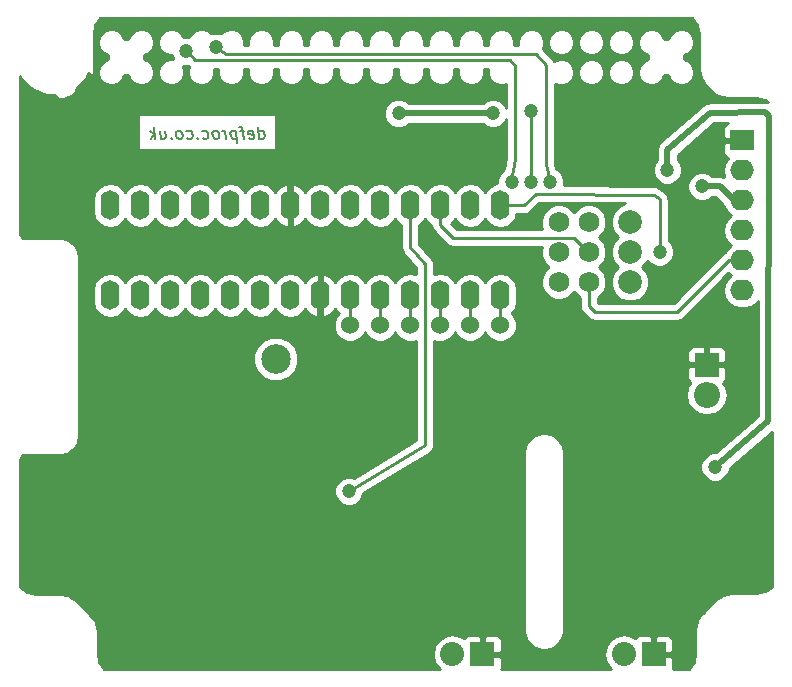
<source format=gbr>
G04 #@! TF.FileFunction,Copper,L2,Bot,Signal*
%FSLAX46Y46*%
G04 Gerber Fmt 4.6, Leading zero omitted, Abs format (unit mm)*
G04 Created by KiCad (PCBNEW 4.0.0-rc1-stable) date Mon 12 Oct 2015 10:58:40 BST*
%MOMM*%
G01*
G04 APERTURE LIST*
%ADD10C,0.100000*%
%ADD11C,0.200000*%
%ADD12R,2.000000X2.000000*%
%ADD13O,2.200000X2.200000*%
%ADD14R,2.000000X1.727200*%
%ADD15O,2.000000X1.750000*%
%ADD16C,1.750000*%
%ADD17C,2.000000*%
%ADD18O,1.600000X2.500000*%
%ADD19C,1.524000*%
%ADD20C,2.500000*%
%ADD21R,2.032000X2.032000*%
%ADD22O,2.032000X2.032000*%
%ADD23C,1.200000*%
%ADD24C,0.500000*%
%ADD25C,0.250000*%
%ADD26C,0.254000*%
G04 APERTURE END LIST*
D10*
D11*
X97113691Y-55352381D02*
X96988691Y-54352381D01*
X97107738Y-55304762D02*
X97208929Y-55352381D01*
X97399406Y-55352381D01*
X97488691Y-55304762D01*
X97530358Y-55257143D01*
X97566072Y-55161905D01*
X97530358Y-54876190D01*
X97470834Y-54780952D01*
X97417263Y-54733333D01*
X97316072Y-54685714D01*
X97125595Y-54685714D01*
X97036310Y-54733333D01*
X96250595Y-55304762D02*
X96351786Y-55352381D01*
X96542263Y-55352381D01*
X96631548Y-55304762D01*
X96667262Y-55209524D01*
X96619643Y-54828571D01*
X96560120Y-54733333D01*
X96458929Y-54685714D01*
X96268452Y-54685714D01*
X96179167Y-54733333D01*
X96143452Y-54828571D01*
X96155357Y-54923810D01*
X96643453Y-55019048D01*
X95839881Y-54685714D02*
X95458929Y-54685714D01*
X95780358Y-55352381D02*
X95673215Y-54495238D01*
X95613691Y-54400000D01*
X95512501Y-54352381D01*
X95417263Y-54352381D01*
X95125595Y-54685714D02*
X95250595Y-55685714D01*
X95131548Y-54733333D02*
X95030357Y-54685714D01*
X94839880Y-54685714D01*
X94750595Y-54733333D01*
X94708928Y-54780952D01*
X94673214Y-54876190D01*
X94708928Y-55161905D01*
X94768452Y-55257143D01*
X94822023Y-55304762D01*
X94923214Y-55352381D01*
X95113691Y-55352381D01*
X95202976Y-55304762D01*
X94304167Y-55352381D02*
X94220833Y-54685714D01*
X94244643Y-54876190D02*
X94185119Y-54780952D01*
X94131548Y-54733333D01*
X94030357Y-54685714D01*
X93935118Y-54685714D01*
X93542262Y-55352381D02*
X93631547Y-55304762D01*
X93673214Y-55257143D01*
X93708928Y-55161905D01*
X93673214Y-54876190D01*
X93613690Y-54780952D01*
X93560119Y-54733333D01*
X93458928Y-54685714D01*
X93316070Y-54685714D01*
X93226785Y-54733333D01*
X93185118Y-54780952D01*
X93149404Y-54876190D01*
X93185118Y-55161905D01*
X93244642Y-55257143D01*
X93298213Y-55304762D01*
X93399404Y-55352381D01*
X93542262Y-55352381D01*
X92345832Y-55304762D02*
X92447023Y-55352381D01*
X92637500Y-55352381D01*
X92726785Y-55304762D01*
X92768452Y-55257143D01*
X92804166Y-55161905D01*
X92768452Y-54876190D01*
X92708928Y-54780952D01*
X92655357Y-54733333D01*
X92554166Y-54685714D01*
X92363689Y-54685714D01*
X92274404Y-54733333D01*
X91911309Y-55257143D02*
X91869642Y-55304762D01*
X91923214Y-55352381D01*
X91964880Y-55304762D01*
X91911309Y-55257143D01*
X91923214Y-55352381D01*
X91012499Y-55304762D02*
X91113690Y-55352381D01*
X91304167Y-55352381D01*
X91393452Y-55304762D01*
X91435119Y-55257143D01*
X91470833Y-55161905D01*
X91435119Y-54876190D01*
X91375595Y-54780952D01*
X91322024Y-54733333D01*
X91220833Y-54685714D01*
X91030356Y-54685714D01*
X90941071Y-54733333D01*
X90447024Y-55352381D02*
X90536309Y-55304762D01*
X90577976Y-55257143D01*
X90613690Y-55161905D01*
X90577976Y-54876190D01*
X90518452Y-54780952D01*
X90464881Y-54733333D01*
X90363690Y-54685714D01*
X90220832Y-54685714D01*
X90131547Y-54733333D01*
X90089880Y-54780952D01*
X90054166Y-54876190D01*
X90089880Y-55161905D01*
X90149404Y-55257143D01*
X90202975Y-55304762D01*
X90304166Y-55352381D01*
X90447024Y-55352381D01*
X89673214Y-55257143D02*
X89631547Y-55304762D01*
X89685119Y-55352381D01*
X89726785Y-55304762D01*
X89673214Y-55257143D01*
X89685119Y-55352381D01*
X88697023Y-54685714D02*
X88780357Y-55352381D01*
X89125595Y-54685714D02*
X89191071Y-55209524D01*
X89155357Y-55304762D01*
X89066072Y-55352381D01*
X88923214Y-55352381D01*
X88822023Y-55304762D01*
X88768452Y-55257143D01*
X88304167Y-55352381D02*
X88179167Y-54352381D01*
X88161310Y-54971429D02*
X87923214Y-55352381D01*
X87839880Y-54685714D02*
X88268452Y-55066667D01*
D12*
X135000000Y-74500000D03*
D13*
X135000000Y-77040000D03*
D14*
X138000000Y-55500000D03*
D15*
X138000000Y-58040000D03*
X138000000Y-60580000D03*
X138000000Y-63120000D03*
X138000000Y-65660000D03*
X138000000Y-68200000D03*
D16*
X125000000Y-67500000D03*
X122460000Y-67500000D03*
X125000000Y-64960000D03*
X122460000Y-64960000D03*
X125000000Y-62420000D03*
X122460000Y-62420000D03*
D17*
X128500000Y-67500000D03*
X128500000Y-64960000D03*
X128500000Y-62420000D03*
D18*
X117500000Y-61000000D03*
X114960000Y-61000000D03*
X112420000Y-61000000D03*
X109880000Y-61000000D03*
X107340000Y-61000000D03*
X104800000Y-61000000D03*
X102260000Y-61000000D03*
X99720000Y-61000000D03*
X97180000Y-61000000D03*
X94640000Y-61000000D03*
X92100000Y-61000000D03*
X89560000Y-61000000D03*
X87020000Y-61000000D03*
X84480000Y-61000000D03*
X84480000Y-68620000D03*
X87020000Y-68620000D03*
X89560000Y-68620000D03*
X92100000Y-68620000D03*
X94640000Y-68620000D03*
X97180000Y-68620000D03*
X99720000Y-68620000D03*
X102260000Y-68620000D03*
X104800000Y-68620000D03*
X107340000Y-68620000D03*
X109880000Y-68620000D03*
X112420000Y-68620000D03*
X114960000Y-68620000D03*
X117500000Y-68620000D03*
D19*
X117500000Y-71160000D03*
X114960000Y-71160000D03*
X112420000Y-71160000D03*
X109880000Y-71160000D03*
X107340000Y-71160000D03*
X104800000Y-71160000D03*
D20*
X98500000Y-74000000D03*
D21*
X116000000Y-99000000D03*
D22*
X113460000Y-99000000D03*
D21*
X130500000Y-99000000D03*
D22*
X127960000Y-99000000D03*
D23*
X135700000Y-83150000D03*
X131650000Y-58000000D03*
X88350000Y-48500000D03*
X137950000Y-88550000D03*
X116850000Y-56850000D03*
X82650000Y-88750000D03*
X103450000Y-89950000D03*
X134600000Y-59400000D03*
X131000000Y-64950000D03*
X104700000Y-85200000D03*
X93450000Y-47600000D03*
X121700000Y-59000000D03*
X118500000Y-59000000D03*
X90900000Y-47950000D03*
X116900000Y-53200000D03*
X108900000Y-53200000D03*
X120100000Y-59000000D03*
X120100000Y-53000000D03*
D24*
X140250000Y-53450000D02*
X139900000Y-53100000D01*
X135700000Y-83150000D02*
X140200000Y-79250000D01*
X140200000Y-79250000D02*
X140250000Y-53450000D01*
X131650000Y-57450000D02*
X131650000Y-58000000D01*
X135250000Y-53150000D02*
X131650000Y-56300000D01*
X131650000Y-56300000D02*
X131650000Y-57450000D01*
X139900000Y-53100000D02*
X135250000Y-53150000D01*
X99720000Y-61000000D02*
X99720000Y-57270000D01*
X100140000Y-56850000D02*
X116850000Y-56850000D01*
X99720000Y-57270000D02*
X100140000Y-56850000D01*
X102260000Y-68620000D02*
X102260000Y-85540000D01*
X99050000Y-88750000D02*
X82650000Y-88750000D01*
X102260000Y-85540000D02*
X99050000Y-88750000D01*
X102260000Y-68620000D02*
X102260000Y-89140000D01*
X102260000Y-89140000D02*
X103450000Y-89950000D01*
D25*
X138000000Y-60580000D02*
X137280000Y-60580000D01*
D24*
X137280000Y-60580000D02*
X136100000Y-59400000D01*
X136100000Y-59400000D02*
X134600000Y-59400000D01*
D25*
X117500000Y-61000000D02*
X119500000Y-61000000D01*
X130500000Y-60100000D02*
X131000000Y-60500000D01*
X131000000Y-60500000D02*
X131000000Y-64950000D01*
X120500000Y-60000000D02*
X130500000Y-60100000D01*
X119500000Y-61000000D02*
X120500000Y-60000000D01*
X125000000Y-64960000D02*
X124960000Y-64960000D01*
X124960000Y-64960000D02*
X123750000Y-63750000D01*
X123750000Y-63750000D02*
X113500000Y-63750000D01*
X113500000Y-63750000D02*
X112420000Y-62670000D01*
X112420000Y-62670000D02*
X112420000Y-61000000D01*
X109880000Y-64520000D02*
X109880000Y-61000000D01*
X111150000Y-66000000D02*
X109880000Y-64520000D01*
X111150000Y-81300000D02*
X111150000Y-66000000D01*
X104700000Y-85200000D02*
X111150000Y-81300000D01*
X104800000Y-68620000D02*
X104800000Y-71160000D01*
X107340000Y-68620000D02*
X107340000Y-71160000D01*
X109880000Y-68620000D02*
X109880000Y-71160000D01*
X112420000Y-68620000D02*
X112420000Y-71160000D01*
X114960000Y-68620000D02*
X114960000Y-71160000D01*
X117500000Y-68620000D02*
X117500000Y-71160000D01*
X93450000Y-47600000D02*
X94300000Y-48200000D01*
X94300000Y-48200000D02*
X120500000Y-48200000D01*
X121400000Y-49100000D02*
X121400000Y-57500000D01*
X121400000Y-57500000D02*
X121700000Y-59000000D01*
X120500000Y-48200000D02*
X121400000Y-49100000D01*
X90900000Y-47950000D02*
X91000000Y-47950000D01*
X118450000Y-58950000D02*
X118500000Y-59000000D01*
X118800000Y-49200000D02*
X118800000Y-57100000D01*
X118800000Y-57100000D02*
X118450000Y-58950000D01*
X118300000Y-48700000D02*
X118800000Y-49200000D01*
X91700000Y-48700000D02*
X118300000Y-48700000D01*
X91000000Y-47950000D02*
X91700000Y-48700000D01*
X90900000Y-47950000D02*
X90800000Y-47950000D01*
D24*
X108900000Y-53200000D02*
X116900000Y-53200000D01*
D25*
X138000000Y-65660000D02*
X136840000Y-65660000D01*
X125000000Y-69500000D02*
X125000000Y-67500000D01*
X125500000Y-70000000D02*
X125000000Y-69500000D01*
X132500000Y-70000000D02*
X125500000Y-70000000D01*
X136840000Y-65660000D02*
X132500000Y-70000000D01*
X120100000Y-53000000D02*
X120100000Y-59000000D01*
D26*
G36*
X134178127Y-45734186D02*
X134323000Y-46462509D01*
X134323000Y-49421573D01*
X134325440Y-49446349D01*
X134477681Y-50211716D01*
X134496644Y-50257497D01*
X134930189Y-50906343D01*
X134945983Y-50925589D01*
X135324411Y-51304017D01*
X135336901Y-51314970D01*
X135751114Y-51632807D01*
X135779826Y-51649384D01*
X136262188Y-51849185D01*
X136294212Y-51857766D01*
X136811850Y-51925914D01*
X136828427Y-51927000D01*
X139187491Y-51927000D01*
X139915814Y-52071873D01*
X140223742Y-52277624D01*
X140064798Y-52247780D01*
X139900000Y-52214999D01*
X139895245Y-52215945D01*
X139890485Y-52215051D01*
X135240484Y-52265051D01*
X135104383Y-52293648D01*
X134966464Y-52311649D01*
X134936448Y-52328934D01*
X134902553Y-52336056D01*
X134787751Y-52414562D01*
X134667224Y-52483969D01*
X131067223Y-55633970D01*
X131049028Y-55657627D01*
X131024210Y-55674210D01*
X130944339Y-55793745D01*
X130856706Y-55907688D01*
X130848949Y-55936508D01*
X130832367Y-55961325D01*
X130804324Y-56102307D01*
X130766959Y-56241131D01*
X130770822Y-56270730D01*
X130765000Y-56300000D01*
X130765000Y-57138426D01*
X130603629Y-57299515D01*
X130415215Y-57753266D01*
X130414786Y-58244579D01*
X130602408Y-58698657D01*
X130949515Y-59046371D01*
X131403266Y-59234785D01*
X131894579Y-59235214D01*
X132348657Y-59047592D01*
X132696371Y-58700485D01*
X132884785Y-58246734D01*
X132885214Y-57755421D01*
X132697592Y-57301343D01*
X132535000Y-57138467D01*
X132535000Y-56701585D01*
X135586603Y-54031432D01*
X136833558Y-54018024D01*
X136640302Y-54098073D01*
X136461673Y-54276701D01*
X136365000Y-54510090D01*
X136365000Y-55214250D01*
X136523750Y-55373000D01*
X137873000Y-55373000D01*
X137873000Y-55353000D01*
X138127000Y-55353000D01*
X138127000Y-55373000D01*
X138147000Y-55373000D01*
X138147000Y-55627000D01*
X138127000Y-55627000D01*
X138127000Y-55647000D01*
X137873000Y-55647000D01*
X137873000Y-55627000D01*
X136523750Y-55627000D01*
X136365000Y-55785750D01*
X136365000Y-56489910D01*
X136461673Y-56723299D01*
X136640302Y-56901927D01*
X136788587Y-56963349D01*
X136775237Y-56972269D01*
X136447910Y-57462148D01*
X136332968Y-58040000D01*
X136441185Y-58584044D01*
X136438675Y-58582367D01*
X136382484Y-58571190D01*
X136100000Y-58514999D01*
X136099995Y-58515000D01*
X135461574Y-58515000D01*
X135300485Y-58353629D01*
X134846734Y-58165215D01*
X134355421Y-58164786D01*
X133901343Y-58352408D01*
X133553629Y-58699515D01*
X133365215Y-59153266D01*
X133364786Y-59644579D01*
X133552408Y-60098657D01*
X133899515Y-60446371D01*
X134353266Y-60634785D01*
X134844579Y-60635214D01*
X135298657Y-60447592D01*
X135461533Y-60285000D01*
X135733420Y-60285000D01*
X136408588Y-60960167D01*
X136447910Y-61157852D01*
X136775237Y-61647731D01*
X137077954Y-61850000D01*
X136775237Y-62052269D01*
X136447910Y-62542148D01*
X136332968Y-63120000D01*
X136447910Y-63697852D01*
X136775237Y-64187731D01*
X137077954Y-64390000D01*
X136775237Y-64592269D01*
X136516283Y-64979820D01*
X136302599Y-65122599D01*
X132185198Y-69240000D01*
X125814802Y-69240000D01*
X125760000Y-69185198D01*
X125760000Y-68819797D01*
X125854229Y-68780862D01*
X126279370Y-68356463D01*
X126509738Y-67801675D01*
X126510262Y-67200960D01*
X126280862Y-66645771D01*
X125865464Y-66229647D01*
X126279370Y-65816463D01*
X126509738Y-65261675D01*
X126510262Y-64660960D01*
X126280862Y-64105771D01*
X125865464Y-63689647D01*
X126279370Y-63276463D01*
X126509738Y-62721675D01*
X126510262Y-62120960D01*
X126280862Y-61565771D01*
X125856463Y-61140630D01*
X125301675Y-60910262D01*
X124700960Y-60909738D01*
X124145771Y-61139138D01*
X123729647Y-61554536D01*
X123316463Y-61140630D01*
X122761675Y-60910262D01*
X122160960Y-60909738D01*
X121605771Y-61139138D01*
X121180630Y-61563537D01*
X120950262Y-62118325D01*
X120949738Y-62719040D01*
X121061697Y-62990000D01*
X113814802Y-62990000D01*
X113369796Y-62544994D01*
X113434698Y-62501627D01*
X113690000Y-62119541D01*
X113945302Y-62501627D01*
X114410849Y-62812696D01*
X114960000Y-62921929D01*
X115509151Y-62812696D01*
X115974698Y-62501627D01*
X116230000Y-62119541D01*
X116485302Y-62501627D01*
X116950849Y-62812696D01*
X117500000Y-62921929D01*
X118049151Y-62812696D01*
X118514698Y-62501627D01*
X118825767Y-62036080D01*
X118880683Y-61760000D01*
X119500000Y-61760000D01*
X119790839Y-61702148D01*
X120037401Y-61537401D01*
X120811648Y-60763154D01*
X128053131Y-60835569D01*
X127575057Y-61033106D01*
X127114722Y-61492637D01*
X126865284Y-62093352D01*
X126864716Y-62743795D01*
X127113106Y-63344943D01*
X127457759Y-63690199D01*
X127114722Y-64032637D01*
X126865284Y-64633352D01*
X126864716Y-65283795D01*
X127113106Y-65884943D01*
X127457759Y-66230199D01*
X127114722Y-66572637D01*
X126865284Y-67173352D01*
X126864716Y-67823795D01*
X127113106Y-68424943D01*
X127572637Y-68885278D01*
X128173352Y-69134716D01*
X128823795Y-69135284D01*
X129424943Y-68886894D01*
X129885278Y-68427363D01*
X130134716Y-67826648D01*
X130135284Y-67176205D01*
X129886894Y-66575057D01*
X129542241Y-66229801D01*
X129885278Y-65887363D01*
X129975000Y-65671288D01*
X130299515Y-65996371D01*
X130753266Y-66184785D01*
X131244579Y-66185214D01*
X131698657Y-65997592D01*
X132046371Y-65650485D01*
X132234785Y-65196734D01*
X132235214Y-64705421D01*
X132047592Y-64251343D01*
X131760000Y-63963248D01*
X131760000Y-60500000D01*
X131751718Y-60458364D01*
X131755351Y-60416072D01*
X131723021Y-60314093D01*
X131702148Y-60209161D01*
X131678563Y-60173864D01*
X131665735Y-60133400D01*
X131596839Y-60051554D01*
X131537401Y-59962599D01*
X131502107Y-59939016D01*
X131474768Y-59906539D01*
X130974768Y-59506540D01*
X130883115Y-59459012D01*
X130797846Y-59400795D01*
X130752576Y-59391319D01*
X130711521Y-59370029D01*
X130608661Y-59361193D01*
X130507600Y-59340038D01*
X122927517Y-59264237D01*
X122934785Y-59246734D01*
X122935214Y-58755421D01*
X122747592Y-58301343D01*
X122400485Y-57953629D01*
X122253576Y-57892627D01*
X122160000Y-57424747D01*
X122160000Y-50718349D01*
X122446720Y-50837406D01*
X122891329Y-50837793D01*
X123302242Y-50668008D01*
X123616903Y-50353896D01*
X123787406Y-49943280D01*
X123787407Y-49941329D01*
X124092207Y-49941329D01*
X124261992Y-50352242D01*
X124576104Y-50666903D01*
X124986720Y-50837406D01*
X125431329Y-50837793D01*
X125842242Y-50668008D01*
X126156903Y-50353896D01*
X126327406Y-49943280D01*
X126327407Y-49941329D01*
X126632207Y-49941329D01*
X126801992Y-50352242D01*
X127116104Y-50666903D01*
X127526720Y-50837406D01*
X127971329Y-50837793D01*
X128382242Y-50668008D01*
X128696903Y-50353896D01*
X128867406Y-49943280D01*
X128867793Y-49498671D01*
X128698008Y-49087758D01*
X128383896Y-48773097D01*
X127973280Y-48602594D01*
X127528671Y-48602207D01*
X127117758Y-48771992D01*
X126803097Y-49086104D01*
X126632594Y-49496720D01*
X126632207Y-49941329D01*
X126327407Y-49941329D01*
X126327793Y-49498671D01*
X126158008Y-49087758D01*
X125843896Y-48773097D01*
X125433280Y-48602594D01*
X124988671Y-48602207D01*
X124577758Y-48771992D01*
X124263097Y-49086104D01*
X124092594Y-49496720D01*
X124092207Y-49941329D01*
X123787407Y-49941329D01*
X123787793Y-49498671D01*
X123618008Y-49087758D01*
X123303896Y-48773097D01*
X122893280Y-48602594D01*
X122448671Y-48602207D01*
X122068755Y-48759184D01*
X121937401Y-48562599D01*
X121109704Y-47734902D01*
X121247406Y-47403280D01*
X121247407Y-47401329D01*
X121552207Y-47401329D01*
X121721992Y-47812242D01*
X122036104Y-48126903D01*
X122446720Y-48297406D01*
X122891329Y-48297793D01*
X123302242Y-48128008D01*
X123616903Y-47813896D01*
X123787406Y-47403280D01*
X123787407Y-47401329D01*
X124092207Y-47401329D01*
X124261992Y-47812242D01*
X124576104Y-48126903D01*
X124986720Y-48297406D01*
X125431329Y-48297793D01*
X125842242Y-48128008D01*
X126156903Y-47813896D01*
X126327406Y-47403280D01*
X126327407Y-47401329D01*
X126632207Y-47401329D01*
X126801992Y-47812242D01*
X127116104Y-48126903D01*
X127526720Y-48297406D01*
X127971329Y-48297793D01*
X128382242Y-48128008D01*
X128696903Y-47813896D01*
X128867406Y-47403280D01*
X128867407Y-47401329D01*
X129172207Y-47401329D01*
X129341992Y-47812242D01*
X129656104Y-48126903D01*
X130036144Y-48284710D01*
X130035855Y-48615766D01*
X129657758Y-48771992D01*
X129343097Y-49086104D01*
X129172594Y-49496720D01*
X129172207Y-49941329D01*
X129341992Y-50352242D01*
X129656104Y-50666903D01*
X130066720Y-50837406D01*
X130511329Y-50837793D01*
X130922242Y-50668008D01*
X131236903Y-50353896D01*
X131394710Y-49973856D01*
X131725766Y-49974145D01*
X131881992Y-50352242D01*
X132196104Y-50666903D01*
X132606720Y-50837406D01*
X133051329Y-50837793D01*
X133462242Y-50668008D01*
X133776903Y-50353896D01*
X133947406Y-49943280D01*
X133947793Y-49498671D01*
X133778008Y-49087758D01*
X133463896Y-48773097D01*
X133083856Y-48615290D01*
X133084145Y-48284234D01*
X133462242Y-48128008D01*
X133776903Y-47813896D01*
X133947406Y-47403280D01*
X133947793Y-46958671D01*
X133778008Y-46547758D01*
X133463896Y-46233097D01*
X133053280Y-46062594D01*
X132608671Y-46062207D01*
X132197758Y-46231992D01*
X131883097Y-46546104D01*
X131725290Y-46926144D01*
X131394234Y-46925855D01*
X131238008Y-46547758D01*
X130923896Y-46233097D01*
X130513280Y-46062594D01*
X130068671Y-46062207D01*
X129657758Y-46231992D01*
X129343097Y-46546104D01*
X129172594Y-46956720D01*
X129172207Y-47401329D01*
X128867407Y-47401329D01*
X128867793Y-46958671D01*
X128698008Y-46547758D01*
X128383896Y-46233097D01*
X127973280Y-46062594D01*
X127528671Y-46062207D01*
X127117758Y-46231992D01*
X126803097Y-46546104D01*
X126632594Y-46956720D01*
X126632207Y-47401329D01*
X126327407Y-47401329D01*
X126327793Y-46958671D01*
X126158008Y-46547758D01*
X125843896Y-46233097D01*
X125433280Y-46062594D01*
X124988671Y-46062207D01*
X124577758Y-46231992D01*
X124263097Y-46546104D01*
X124092594Y-46956720D01*
X124092207Y-47401329D01*
X123787407Y-47401329D01*
X123787793Y-46958671D01*
X123618008Y-46547758D01*
X123303896Y-46233097D01*
X122893280Y-46062594D01*
X122448671Y-46062207D01*
X122037758Y-46231992D01*
X121723097Y-46546104D01*
X121552594Y-46956720D01*
X121552207Y-47401329D01*
X121247407Y-47401329D01*
X121247793Y-46958671D01*
X121078008Y-46547758D01*
X120763896Y-46233097D01*
X120353280Y-46062594D01*
X119908671Y-46062207D01*
X119497758Y-46231992D01*
X119183097Y-46546104D01*
X119012594Y-46956720D01*
X119012207Y-47401329D01*
X119028185Y-47440000D01*
X118692158Y-47440000D01*
X118707406Y-47403280D01*
X118707793Y-46958671D01*
X118538008Y-46547758D01*
X118223896Y-46233097D01*
X117813280Y-46062594D01*
X117368671Y-46062207D01*
X116957758Y-46231992D01*
X116643097Y-46546104D01*
X116472594Y-46956720D01*
X116472207Y-47401329D01*
X116488185Y-47440000D01*
X116152158Y-47440000D01*
X116167406Y-47403280D01*
X116167793Y-46958671D01*
X115998008Y-46547758D01*
X115683896Y-46233097D01*
X115273280Y-46062594D01*
X114828671Y-46062207D01*
X114417758Y-46231992D01*
X114103097Y-46546104D01*
X113932594Y-46956720D01*
X113932207Y-47401329D01*
X113948185Y-47440000D01*
X113612158Y-47440000D01*
X113627406Y-47403280D01*
X113627793Y-46958671D01*
X113458008Y-46547758D01*
X113143896Y-46233097D01*
X112733280Y-46062594D01*
X112288671Y-46062207D01*
X111877758Y-46231992D01*
X111563097Y-46546104D01*
X111392594Y-46956720D01*
X111392207Y-47401329D01*
X111408185Y-47440000D01*
X111072158Y-47440000D01*
X111087406Y-47403280D01*
X111087793Y-46958671D01*
X110918008Y-46547758D01*
X110603896Y-46233097D01*
X110193280Y-46062594D01*
X109748671Y-46062207D01*
X109337758Y-46231992D01*
X109023097Y-46546104D01*
X108852594Y-46956720D01*
X108852207Y-47401329D01*
X108868185Y-47440000D01*
X108532158Y-47440000D01*
X108547406Y-47403280D01*
X108547793Y-46958671D01*
X108378008Y-46547758D01*
X108063896Y-46233097D01*
X107653280Y-46062594D01*
X107208671Y-46062207D01*
X106797758Y-46231992D01*
X106483097Y-46546104D01*
X106312594Y-46956720D01*
X106312207Y-47401329D01*
X106328185Y-47440000D01*
X105992158Y-47440000D01*
X106007406Y-47403280D01*
X106007793Y-46958671D01*
X105838008Y-46547758D01*
X105523896Y-46233097D01*
X105113280Y-46062594D01*
X104668671Y-46062207D01*
X104257758Y-46231992D01*
X103943097Y-46546104D01*
X103772594Y-46956720D01*
X103772207Y-47401329D01*
X103788185Y-47440000D01*
X103452158Y-47440000D01*
X103467406Y-47403280D01*
X103467793Y-46958671D01*
X103298008Y-46547758D01*
X102983896Y-46233097D01*
X102573280Y-46062594D01*
X102128671Y-46062207D01*
X101717758Y-46231992D01*
X101403097Y-46546104D01*
X101232594Y-46956720D01*
X101232207Y-47401329D01*
X101248185Y-47440000D01*
X100912158Y-47440000D01*
X100927406Y-47403280D01*
X100927793Y-46958671D01*
X100758008Y-46547758D01*
X100443896Y-46233097D01*
X100033280Y-46062594D01*
X99588671Y-46062207D01*
X99177758Y-46231992D01*
X98863097Y-46546104D01*
X98692594Y-46956720D01*
X98692207Y-47401329D01*
X98708185Y-47440000D01*
X98372158Y-47440000D01*
X98387406Y-47403280D01*
X98387793Y-46958671D01*
X98218008Y-46547758D01*
X97903896Y-46233097D01*
X97493280Y-46062594D01*
X97048671Y-46062207D01*
X96637758Y-46231992D01*
X96323097Y-46546104D01*
X96152594Y-46956720D01*
X96152207Y-47401329D01*
X96168185Y-47440000D01*
X95832158Y-47440000D01*
X95847406Y-47403280D01*
X95847793Y-46958671D01*
X95678008Y-46547758D01*
X95363896Y-46233097D01*
X94953280Y-46062594D01*
X94508671Y-46062207D01*
X94097758Y-46231992D01*
X93885700Y-46443680D01*
X93696734Y-46365215D01*
X93205421Y-46364786D01*
X93028380Y-46437938D01*
X92823896Y-46233097D01*
X92413280Y-46062594D01*
X91968671Y-46062207D01*
X91557758Y-46231992D01*
X91243097Y-46546104D01*
X91169031Y-46724474D01*
X91146734Y-46715215D01*
X90667026Y-46714796D01*
X90598008Y-46547758D01*
X90283896Y-46233097D01*
X89873280Y-46062594D01*
X89428671Y-46062207D01*
X89017758Y-46231992D01*
X88703097Y-46546104D01*
X88532594Y-46956720D01*
X88532207Y-47401329D01*
X88701992Y-47812242D01*
X89016104Y-48126903D01*
X89426720Y-48297406D01*
X89707374Y-48297650D01*
X89833361Y-48602559D01*
X89428671Y-48602207D01*
X89017758Y-48771992D01*
X88703097Y-49086104D01*
X88532594Y-49496720D01*
X88532207Y-49941329D01*
X88701992Y-50352242D01*
X89016104Y-50666903D01*
X89426720Y-50837406D01*
X89871329Y-50837793D01*
X90282242Y-50668008D01*
X90596903Y-50353896D01*
X90767406Y-49943280D01*
X90767793Y-49498671D01*
X90634957Y-49177183D01*
X90653266Y-49184785D01*
X91113248Y-49185187D01*
X91144398Y-49218562D01*
X91155205Y-49226334D01*
X91162599Y-49237401D01*
X91176434Y-49246645D01*
X91072594Y-49496720D01*
X91072207Y-49941329D01*
X91241992Y-50352242D01*
X91556104Y-50666903D01*
X91966720Y-50837406D01*
X92411329Y-50837793D01*
X92822242Y-50668008D01*
X93136903Y-50353896D01*
X93307406Y-49943280D01*
X93307793Y-49498671D01*
X93291815Y-49460000D01*
X93627842Y-49460000D01*
X93612594Y-49496720D01*
X93612207Y-49941329D01*
X93781992Y-50352242D01*
X94096104Y-50666903D01*
X94506720Y-50837406D01*
X94951329Y-50837793D01*
X95362242Y-50668008D01*
X95676903Y-50353896D01*
X95847406Y-49943280D01*
X95847793Y-49498671D01*
X95831815Y-49460000D01*
X96167842Y-49460000D01*
X96152594Y-49496720D01*
X96152207Y-49941329D01*
X96321992Y-50352242D01*
X96636104Y-50666903D01*
X97046720Y-50837406D01*
X97491329Y-50837793D01*
X97902242Y-50668008D01*
X98216903Y-50353896D01*
X98387406Y-49943280D01*
X98387793Y-49498671D01*
X98371815Y-49460000D01*
X98707842Y-49460000D01*
X98692594Y-49496720D01*
X98692207Y-49941329D01*
X98861992Y-50352242D01*
X99176104Y-50666903D01*
X99586720Y-50837406D01*
X100031329Y-50837793D01*
X100442242Y-50668008D01*
X100756903Y-50353896D01*
X100927406Y-49943280D01*
X100927793Y-49498671D01*
X100911815Y-49460000D01*
X101247842Y-49460000D01*
X101232594Y-49496720D01*
X101232207Y-49941329D01*
X101401992Y-50352242D01*
X101716104Y-50666903D01*
X102126720Y-50837406D01*
X102571329Y-50837793D01*
X102982242Y-50668008D01*
X103296903Y-50353896D01*
X103467406Y-49943280D01*
X103467793Y-49498671D01*
X103451815Y-49460000D01*
X103787842Y-49460000D01*
X103772594Y-49496720D01*
X103772207Y-49941329D01*
X103941992Y-50352242D01*
X104256104Y-50666903D01*
X104666720Y-50837406D01*
X105111329Y-50837793D01*
X105522242Y-50668008D01*
X105836903Y-50353896D01*
X106007406Y-49943280D01*
X106007793Y-49498671D01*
X105991815Y-49460000D01*
X106327842Y-49460000D01*
X106312594Y-49496720D01*
X106312207Y-49941329D01*
X106481992Y-50352242D01*
X106796104Y-50666903D01*
X107206720Y-50837406D01*
X107651329Y-50837793D01*
X108062242Y-50668008D01*
X108376903Y-50353896D01*
X108547406Y-49943280D01*
X108547793Y-49498671D01*
X108531815Y-49460000D01*
X108867842Y-49460000D01*
X108852594Y-49496720D01*
X108852207Y-49941329D01*
X109021992Y-50352242D01*
X109336104Y-50666903D01*
X109746720Y-50837406D01*
X110191329Y-50837793D01*
X110602242Y-50668008D01*
X110916903Y-50353896D01*
X111087406Y-49943280D01*
X111087793Y-49498671D01*
X111071815Y-49460000D01*
X111407842Y-49460000D01*
X111392594Y-49496720D01*
X111392207Y-49941329D01*
X111561992Y-50352242D01*
X111876104Y-50666903D01*
X112286720Y-50837406D01*
X112731329Y-50837793D01*
X113142242Y-50668008D01*
X113456903Y-50353896D01*
X113627406Y-49943280D01*
X113627793Y-49498671D01*
X113611815Y-49460000D01*
X113947842Y-49460000D01*
X113932594Y-49496720D01*
X113932207Y-49941329D01*
X114101992Y-50352242D01*
X114416104Y-50666903D01*
X114826720Y-50837406D01*
X115271329Y-50837793D01*
X115682242Y-50668008D01*
X115996903Y-50353896D01*
X116167406Y-49943280D01*
X116167793Y-49498671D01*
X116151815Y-49460000D01*
X116487842Y-49460000D01*
X116472594Y-49496720D01*
X116472207Y-49941329D01*
X116641992Y-50352242D01*
X116956104Y-50666903D01*
X117366720Y-50837406D01*
X117811329Y-50837793D01*
X118040000Y-50743309D01*
X118040000Y-52724986D01*
X117947592Y-52501343D01*
X117600485Y-52153629D01*
X117146734Y-51965215D01*
X116655421Y-51964786D01*
X116201343Y-52152408D01*
X116038467Y-52315000D01*
X109761574Y-52315000D01*
X109600485Y-52153629D01*
X109146734Y-51965215D01*
X108655421Y-51964786D01*
X108201343Y-52152408D01*
X107853629Y-52499515D01*
X107665215Y-52953266D01*
X107664786Y-53444579D01*
X107852408Y-53898657D01*
X108199515Y-54246371D01*
X108653266Y-54434785D01*
X109144579Y-54435214D01*
X109598657Y-54247592D01*
X109761533Y-54085000D01*
X116038426Y-54085000D01*
X116199515Y-54246371D01*
X116653266Y-54434785D01*
X117144579Y-54435214D01*
X117598657Y-54247592D01*
X117946371Y-53900485D01*
X118040000Y-53675001D01*
X118040000Y-57028742D01*
X117870672Y-57923762D01*
X117801343Y-57952408D01*
X117453629Y-58299515D01*
X117265215Y-58753266D01*
X117264891Y-59124837D01*
X116950849Y-59187304D01*
X116485302Y-59498373D01*
X116230000Y-59880459D01*
X115974698Y-59498373D01*
X115509151Y-59187304D01*
X114960000Y-59078071D01*
X114410849Y-59187304D01*
X113945302Y-59498373D01*
X113690000Y-59880459D01*
X113434698Y-59498373D01*
X112969151Y-59187304D01*
X112420000Y-59078071D01*
X111870849Y-59187304D01*
X111405302Y-59498373D01*
X111150000Y-59880459D01*
X110894698Y-59498373D01*
X110429151Y-59187304D01*
X109880000Y-59078071D01*
X109330849Y-59187304D01*
X108865302Y-59498373D01*
X108610000Y-59880459D01*
X108354698Y-59498373D01*
X107889151Y-59187304D01*
X107340000Y-59078071D01*
X106790849Y-59187304D01*
X106325302Y-59498373D01*
X106070000Y-59880459D01*
X105814698Y-59498373D01*
X105349151Y-59187304D01*
X104800000Y-59078071D01*
X104250849Y-59187304D01*
X103785302Y-59498373D01*
X103530000Y-59880459D01*
X103274698Y-59498373D01*
X102809151Y-59187304D01*
X102260000Y-59078071D01*
X101710849Y-59187304D01*
X101245302Y-59498373D01*
X100992136Y-59877262D01*
X100644896Y-59445500D01*
X100151819Y-59175633D01*
X100069039Y-59158096D01*
X99847000Y-59280085D01*
X99847000Y-60873000D01*
X99867000Y-60873000D01*
X99867000Y-61127000D01*
X99847000Y-61127000D01*
X99847000Y-62719915D01*
X100069039Y-62841904D01*
X100151819Y-62824367D01*
X100644896Y-62554500D01*
X100992136Y-62122738D01*
X101245302Y-62501627D01*
X101710849Y-62812696D01*
X102260000Y-62921929D01*
X102809151Y-62812696D01*
X103274698Y-62501627D01*
X103530000Y-62119541D01*
X103785302Y-62501627D01*
X104250849Y-62812696D01*
X104800000Y-62921929D01*
X105349151Y-62812696D01*
X105814698Y-62501627D01*
X106070000Y-62119541D01*
X106325302Y-62501627D01*
X106790849Y-62812696D01*
X107340000Y-62921929D01*
X107889151Y-62812696D01*
X108354698Y-62501627D01*
X108610000Y-62119541D01*
X108865302Y-62501627D01*
X109120000Y-62671811D01*
X109120000Y-64520000D01*
X109143382Y-64637549D01*
X109157745Y-64756532D01*
X109172132Y-64782082D01*
X109177852Y-64810839D01*
X109244434Y-64910487D01*
X109303240Y-65014922D01*
X110390000Y-66281382D01*
X110390000Y-66799516D01*
X109880000Y-66698071D01*
X109330849Y-66807304D01*
X108865302Y-67118373D01*
X108610000Y-67500459D01*
X108354698Y-67118373D01*
X107889151Y-66807304D01*
X107340000Y-66698071D01*
X106790849Y-66807304D01*
X106325302Y-67118373D01*
X106070000Y-67500459D01*
X105814698Y-67118373D01*
X105349151Y-66807304D01*
X104800000Y-66698071D01*
X104250849Y-66807304D01*
X103785302Y-67118373D01*
X103532136Y-67497262D01*
X103184896Y-67065500D01*
X102691819Y-66795633D01*
X102609039Y-66778096D01*
X102387000Y-66900085D01*
X102387000Y-68493000D01*
X102407000Y-68493000D01*
X102407000Y-68747000D01*
X102387000Y-68747000D01*
X102387000Y-70339915D01*
X102609039Y-70461904D01*
X102691819Y-70444367D01*
X103184896Y-70174500D01*
X103532136Y-69742738D01*
X103785302Y-70121627D01*
X103831728Y-70152648D01*
X103616371Y-70367630D01*
X103403243Y-70880900D01*
X103402758Y-71436661D01*
X103614990Y-71950303D01*
X104007630Y-72343629D01*
X104520900Y-72556757D01*
X105076661Y-72557242D01*
X105590303Y-72345010D01*
X105983629Y-71952370D01*
X106069949Y-71744488D01*
X106154990Y-71950303D01*
X106547630Y-72343629D01*
X107060900Y-72556757D01*
X107616661Y-72557242D01*
X108130303Y-72345010D01*
X108523629Y-71952370D01*
X108609949Y-71744488D01*
X108694990Y-71950303D01*
X109087630Y-72343629D01*
X109600900Y-72556757D01*
X110156661Y-72557242D01*
X110390000Y-72460829D01*
X110390000Y-80871407D01*
X105140352Y-84045612D01*
X104946734Y-83965215D01*
X104455421Y-83964786D01*
X104001343Y-84152408D01*
X103653629Y-84499515D01*
X103465215Y-84953266D01*
X103464786Y-85444579D01*
X103652408Y-85898657D01*
X103999515Y-86246371D01*
X104453266Y-86434785D01*
X104944579Y-86435214D01*
X105398657Y-86247592D01*
X105746371Y-85900485D01*
X105934785Y-85446734D01*
X105934877Y-85341459D01*
X111543239Y-81950356D01*
X111543628Y-81950000D01*
X119515000Y-81950000D01*
X119515000Y-96950000D01*
X119528162Y-97016170D01*
X119528162Y-97083636D01*
X119604282Y-97466319D01*
X119674152Y-97635000D01*
X119706563Y-97713248D01*
X119923336Y-98037672D01*
X120112328Y-98226664D01*
X120436751Y-98443437D01*
X120539032Y-98485803D01*
X120683681Y-98545718D01*
X121066364Y-98621838D01*
X121333636Y-98621838D01*
X121716319Y-98545718D01*
X121963248Y-98443437D01*
X121963249Y-98443436D01*
X122287672Y-98226664D01*
X122476664Y-98037672D01*
X122693437Y-97713249D01*
X122735803Y-97610968D01*
X122795718Y-97466319D01*
X122871838Y-97083636D01*
X122871838Y-97016170D01*
X122885000Y-96950000D01*
X122885000Y-81950000D01*
X122871838Y-81883830D01*
X122871838Y-81816364D01*
X122795718Y-81433681D01*
X122715594Y-81240243D01*
X122693437Y-81186751D01*
X122476664Y-80862328D01*
X122287672Y-80673336D01*
X121963248Y-80456563D01*
X121947403Y-80450000D01*
X121716319Y-80354282D01*
X121333636Y-80278162D01*
X121066364Y-80278162D01*
X120683681Y-80354282D01*
X120539032Y-80414197D01*
X120436751Y-80456563D01*
X120112328Y-80673336D01*
X119923336Y-80862328D01*
X119706564Y-81186751D01*
X119706563Y-81186752D01*
X119604282Y-81433681D01*
X119528162Y-81816364D01*
X119528162Y-81883830D01*
X119515000Y-81950000D01*
X111543628Y-81950000D01*
X111611045Y-81888421D01*
X111687401Y-81837401D01*
X111719512Y-81789344D01*
X111762185Y-81750365D01*
X111801127Y-81667197D01*
X111852148Y-81590839D01*
X111863424Y-81534153D01*
X111887933Y-81481809D01*
X111892084Y-81390071D01*
X111910000Y-81300000D01*
X111910000Y-77040000D01*
X133231009Y-77040000D01*
X133363078Y-77703956D01*
X133739179Y-78266830D01*
X134302053Y-78642931D01*
X134966009Y-78775000D01*
X135033991Y-78775000D01*
X135697947Y-78642931D01*
X136260821Y-78266830D01*
X136636922Y-77703956D01*
X136768991Y-77040000D01*
X136636922Y-76376044D01*
X136390611Y-76007414D01*
X136538327Y-75859699D01*
X136635000Y-75626310D01*
X136635000Y-74785750D01*
X136476250Y-74627000D01*
X135127000Y-74627000D01*
X135127000Y-74647000D01*
X134873000Y-74647000D01*
X134873000Y-74627000D01*
X133523750Y-74627000D01*
X133365000Y-74785750D01*
X133365000Y-75626310D01*
X133461673Y-75859699D01*
X133609389Y-76007414D01*
X133363078Y-76376044D01*
X133231009Y-77040000D01*
X111910000Y-77040000D01*
X111910000Y-73373690D01*
X133365000Y-73373690D01*
X133365000Y-74214250D01*
X133523750Y-74373000D01*
X134873000Y-74373000D01*
X134873000Y-73023750D01*
X135127000Y-73023750D01*
X135127000Y-74373000D01*
X136476250Y-74373000D01*
X136635000Y-74214250D01*
X136635000Y-73373690D01*
X136538327Y-73140301D01*
X136359698Y-72961673D01*
X136126309Y-72865000D01*
X135285750Y-72865000D01*
X135127000Y-73023750D01*
X134873000Y-73023750D01*
X134714250Y-72865000D01*
X133873691Y-72865000D01*
X133640302Y-72961673D01*
X133461673Y-73140301D01*
X133365000Y-73373690D01*
X111910000Y-73373690D01*
X111910000Y-72460879D01*
X112140900Y-72556757D01*
X112696661Y-72557242D01*
X113210303Y-72345010D01*
X113603629Y-71952370D01*
X113689949Y-71744488D01*
X113774990Y-71950303D01*
X114167630Y-72343629D01*
X114680900Y-72556757D01*
X115236661Y-72557242D01*
X115750303Y-72345010D01*
X116143629Y-71952370D01*
X116229949Y-71744488D01*
X116314990Y-71950303D01*
X116707630Y-72343629D01*
X117220900Y-72556757D01*
X117776661Y-72557242D01*
X118290303Y-72345010D01*
X118683629Y-71952370D01*
X118896757Y-71439100D01*
X118897242Y-70883339D01*
X118685010Y-70369697D01*
X118468312Y-70152621D01*
X118514698Y-70121627D01*
X118825767Y-69656080D01*
X118935000Y-69106929D01*
X118935000Y-68133071D01*
X118825767Y-67583920D01*
X118514698Y-67118373D01*
X118049151Y-66807304D01*
X117500000Y-66698071D01*
X116950849Y-66807304D01*
X116485302Y-67118373D01*
X116230000Y-67500459D01*
X115974698Y-67118373D01*
X115509151Y-66807304D01*
X114960000Y-66698071D01*
X114410849Y-66807304D01*
X113945302Y-67118373D01*
X113690000Y-67500459D01*
X113434698Y-67118373D01*
X112969151Y-66807304D01*
X112420000Y-66698071D01*
X111910000Y-66799516D01*
X111910000Y-66000000D01*
X111886616Y-65882443D01*
X111872254Y-65763468D01*
X111857869Y-65737920D01*
X111852148Y-65709161D01*
X111785563Y-65609510D01*
X111726760Y-65505078D01*
X110640000Y-64238618D01*
X110640000Y-62671811D01*
X110894698Y-62501627D01*
X111150000Y-62119541D01*
X111405302Y-62501627D01*
X111660415Y-62672089D01*
X111717852Y-62960839D01*
X111882599Y-63207401D01*
X112962599Y-64287401D01*
X113209161Y-64452148D01*
X113500000Y-64510000D01*
X121011852Y-64510000D01*
X120950262Y-64658325D01*
X120949738Y-65259040D01*
X121179138Y-65814229D01*
X121594536Y-66230353D01*
X121180630Y-66643537D01*
X120950262Y-67198325D01*
X120949738Y-67799040D01*
X121179138Y-68354229D01*
X121603537Y-68779370D01*
X122158325Y-69009738D01*
X122759040Y-69010262D01*
X123314229Y-68780862D01*
X123730353Y-68365464D01*
X124143537Y-68779370D01*
X124240000Y-68819425D01*
X124240000Y-69500000D01*
X124297852Y-69790839D01*
X124462599Y-70037401D01*
X124962599Y-70537401D01*
X125209161Y-70702148D01*
X125500000Y-70760000D01*
X132500000Y-70760000D01*
X132790839Y-70702148D01*
X133037401Y-70537401D01*
X136818298Y-66756504D01*
X137077954Y-66930000D01*
X136775237Y-67132269D01*
X136447910Y-67622148D01*
X136332968Y-68200000D01*
X136447910Y-68777852D01*
X136775237Y-69267731D01*
X137265116Y-69595058D01*
X137842968Y-69710000D01*
X138157032Y-69710000D01*
X138734884Y-69595058D01*
X139224763Y-69267731D01*
X139334663Y-69103254D01*
X139315783Y-78845204D01*
X135773637Y-81915064D01*
X135455421Y-81914786D01*
X135001343Y-82102408D01*
X134653629Y-82449515D01*
X134465215Y-82903266D01*
X134464786Y-83394579D01*
X134652408Y-83848657D01*
X134999515Y-84196371D01*
X135453266Y-84384785D01*
X135944579Y-84385214D01*
X136398657Y-84197592D01*
X136746371Y-83850485D01*
X136934785Y-83396734D01*
X136934912Y-83250860D01*
X140515000Y-80148117D01*
X140515000Y-93277765D01*
X139915814Y-93678127D01*
X139187491Y-93823000D01*
X137178427Y-93823000D01*
X137153651Y-93825440D01*
X136388284Y-93977681D01*
X136342503Y-93996644D01*
X135693657Y-94430189D01*
X135674411Y-94445983D01*
X134645983Y-95474411D01*
X134630189Y-95493657D01*
X134196644Y-96142503D01*
X134177681Y-96188284D01*
X134025440Y-96953651D01*
X134023000Y-96978427D01*
X134023000Y-98937491D01*
X133878127Y-99665814D01*
X133477765Y-100265000D01*
X132100180Y-100265000D01*
X132151000Y-100142309D01*
X132151000Y-99285750D01*
X131992250Y-99127000D01*
X130627000Y-99127000D01*
X130627000Y-99147000D01*
X130373000Y-99147000D01*
X130373000Y-99127000D01*
X130353000Y-99127000D01*
X130353000Y-98873000D01*
X130373000Y-98873000D01*
X130373000Y-97507750D01*
X130627000Y-97507750D01*
X130627000Y-98873000D01*
X131992250Y-98873000D01*
X132151000Y-98714250D01*
X132151000Y-97857691D01*
X132054327Y-97624302D01*
X131875699Y-97445673D01*
X131642310Y-97349000D01*
X130785750Y-97349000D01*
X130627000Y-97507750D01*
X130373000Y-97507750D01*
X130214250Y-97349000D01*
X129357690Y-97349000D01*
X129124301Y-97445673D01*
X128945673Y-97624302D01*
X128928001Y-97666966D01*
X128591810Y-97442330D01*
X127960000Y-97316655D01*
X127328190Y-97442330D01*
X126792567Y-97800222D01*
X126434675Y-98335845D01*
X126309000Y-98967655D01*
X126309000Y-99032345D01*
X126434675Y-99664155D01*
X126792567Y-100199778D01*
X126890179Y-100265000D01*
X117600180Y-100265000D01*
X117651000Y-100142309D01*
X117651000Y-99285750D01*
X117492250Y-99127000D01*
X116127000Y-99127000D01*
X116127000Y-99147000D01*
X115873000Y-99147000D01*
X115873000Y-99127000D01*
X115853000Y-99127000D01*
X115853000Y-98873000D01*
X115873000Y-98873000D01*
X115873000Y-97507750D01*
X116127000Y-97507750D01*
X116127000Y-98873000D01*
X117492250Y-98873000D01*
X117651000Y-98714250D01*
X117651000Y-97857691D01*
X117554327Y-97624302D01*
X117375699Y-97445673D01*
X117142310Y-97349000D01*
X116285750Y-97349000D01*
X116127000Y-97507750D01*
X115873000Y-97507750D01*
X115714250Y-97349000D01*
X114857690Y-97349000D01*
X114624301Y-97445673D01*
X114445673Y-97624302D01*
X114428001Y-97666966D01*
X114091810Y-97442330D01*
X113460000Y-97316655D01*
X112828190Y-97442330D01*
X112292567Y-97800222D01*
X111934675Y-98335845D01*
X111809000Y-98967655D01*
X111809000Y-99032345D01*
X111934675Y-99664155D01*
X112292567Y-100199778D01*
X112390179Y-100265000D01*
X83972235Y-100265000D01*
X83571873Y-99665814D01*
X83427000Y-98937491D01*
X83427000Y-97128427D01*
X83424560Y-97103651D01*
X83272319Y-96338284D01*
X83253356Y-96292503D01*
X82819811Y-95643657D01*
X82804017Y-95624411D01*
X81675589Y-94495983D01*
X81656343Y-94480189D01*
X81007497Y-94046644D01*
X80961716Y-94027681D01*
X80196349Y-93875440D01*
X80171573Y-93873000D01*
X78212509Y-93873000D01*
X77484186Y-93728127D01*
X76885000Y-93327765D01*
X76885000Y-82517466D01*
X76921376Y-82334591D01*
X76986751Y-82236750D01*
X77084590Y-82171376D01*
X77267466Y-82135000D01*
X80200000Y-82135000D01*
X80266170Y-82121838D01*
X80333636Y-82121838D01*
X80716319Y-82045718D01*
X80963248Y-81943437D01*
X80963249Y-81943436D01*
X81287672Y-81726664D01*
X81476664Y-81537672D01*
X81693437Y-81213249D01*
X81747123Y-81083637D01*
X81795718Y-80966319D01*
X81871838Y-80583636D01*
X81871838Y-80516170D01*
X81885000Y-80450000D01*
X81885000Y-74373305D01*
X96614674Y-74373305D01*
X96901043Y-75066372D01*
X97430839Y-75597093D01*
X98123405Y-75884672D01*
X98873305Y-75885326D01*
X99566372Y-75598957D01*
X100097093Y-75069161D01*
X100384672Y-74376595D01*
X100385326Y-73626695D01*
X100098957Y-72933628D01*
X99569161Y-72402907D01*
X98876595Y-72115328D01*
X98126695Y-72114674D01*
X97433628Y-72401043D01*
X96902907Y-72930839D01*
X96615328Y-73623405D01*
X96614674Y-74373305D01*
X81885000Y-74373305D01*
X81885000Y-68133071D01*
X83045000Y-68133071D01*
X83045000Y-69106929D01*
X83154233Y-69656080D01*
X83465302Y-70121627D01*
X83930849Y-70432696D01*
X84480000Y-70541929D01*
X85029151Y-70432696D01*
X85494698Y-70121627D01*
X85750000Y-69739541D01*
X86005302Y-70121627D01*
X86470849Y-70432696D01*
X87020000Y-70541929D01*
X87569151Y-70432696D01*
X88034698Y-70121627D01*
X88290000Y-69739541D01*
X88545302Y-70121627D01*
X89010849Y-70432696D01*
X89560000Y-70541929D01*
X90109151Y-70432696D01*
X90574698Y-70121627D01*
X90830000Y-69739541D01*
X91085302Y-70121627D01*
X91550849Y-70432696D01*
X92100000Y-70541929D01*
X92649151Y-70432696D01*
X93114698Y-70121627D01*
X93370000Y-69739541D01*
X93625302Y-70121627D01*
X94090849Y-70432696D01*
X94640000Y-70541929D01*
X95189151Y-70432696D01*
X95654698Y-70121627D01*
X95910000Y-69739541D01*
X96165302Y-70121627D01*
X96630849Y-70432696D01*
X97180000Y-70541929D01*
X97729151Y-70432696D01*
X98194698Y-70121627D01*
X98450000Y-69739541D01*
X98705302Y-70121627D01*
X99170849Y-70432696D01*
X99720000Y-70541929D01*
X100269151Y-70432696D01*
X100734698Y-70121627D01*
X100987864Y-69742738D01*
X101335104Y-70174500D01*
X101828181Y-70444367D01*
X101910961Y-70461904D01*
X102133000Y-70339915D01*
X102133000Y-68747000D01*
X102113000Y-68747000D01*
X102113000Y-68493000D01*
X102133000Y-68493000D01*
X102133000Y-66900085D01*
X101910961Y-66778096D01*
X101828181Y-66795633D01*
X101335104Y-67065500D01*
X100987864Y-67497262D01*
X100734698Y-67118373D01*
X100269151Y-66807304D01*
X99720000Y-66698071D01*
X99170849Y-66807304D01*
X98705302Y-67118373D01*
X98450000Y-67500459D01*
X98194698Y-67118373D01*
X97729151Y-66807304D01*
X97180000Y-66698071D01*
X96630849Y-66807304D01*
X96165302Y-67118373D01*
X95910000Y-67500459D01*
X95654698Y-67118373D01*
X95189151Y-66807304D01*
X94640000Y-66698071D01*
X94090849Y-66807304D01*
X93625302Y-67118373D01*
X93370000Y-67500459D01*
X93114698Y-67118373D01*
X92649151Y-66807304D01*
X92100000Y-66698071D01*
X91550849Y-66807304D01*
X91085302Y-67118373D01*
X90830000Y-67500459D01*
X90574698Y-67118373D01*
X90109151Y-66807304D01*
X89560000Y-66698071D01*
X89010849Y-66807304D01*
X88545302Y-67118373D01*
X88290000Y-67500459D01*
X88034698Y-67118373D01*
X87569151Y-66807304D01*
X87020000Y-66698071D01*
X86470849Y-66807304D01*
X86005302Y-67118373D01*
X85750000Y-67500459D01*
X85494698Y-67118373D01*
X85029151Y-66807304D01*
X84480000Y-66698071D01*
X83930849Y-66807304D01*
X83465302Y-67118373D01*
X83154233Y-67583920D01*
X83045000Y-68133071D01*
X81885000Y-68133071D01*
X81885000Y-65450000D01*
X81871838Y-65383830D01*
X81871838Y-65316364D01*
X81795718Y-64933681D01*
X81709969Y-64726663D01*
X81693437Y-64686751D01*
X81476664Y-64362328D01*
X81287672Y-64173336D01*
X80963248Y-63956563D01*
X80909664Y-63934368D01*
X80716319Y-63854282D01*
X80333636Y-63778162D01*
X80266170Y-63778162D01*
X80200000Y-63765000D01*
X77267466Y-63765000D01*
X77084590Y-63728624D01*
X76986751Y-63663250D01*
X76921376Y-63565409D01*
X76885000Y-63382534D01*
X76885000Y-60513071D01*
X83045000Y-60513071D01*
X83045000Y-61486929D01*
X83154233Y-62036080D01*
X83465302Y-62501627D01*
X83930849Y-62812696D01*
X84480000Y-62921929D01*
X85029151Y-62812696D01*
X85494698Y-62501627D01*
X85750000Y-62119541D01*
X86005302Y-62501627D01*
X86470849Y-62812696D01*
X87020000Y-62921929D01*
X87569151Y-62812696D01*
X88034698Y-62501627D01*
X88290000Y-62119541D01*
X88545302Y-62501627D01*
X89010849Y-62812696D01*
X89560000Y-62921929D01*
X90109151Y-62812696D01*
X90574698Y-62501627D01*
X90830000Y-62119541D01*
X91085302Y-62501627D01*
X91550849Y-62812696D01*
X92100000Y-62921929D01*
X92649151Y-62812696D01*
X93114698Y-62501627D01*
X93370000Y-62119541D01*
X93625302Y-62501627D01*
X94090849Y-62812696D01*
X94640000Y-62921929D01*
X95189151Y-62812696D01*
X95654698Y-62501627D01*
X95910000Y-62119541D01*
X96165302Y-62501627D01*
X96630849Y-62812696D01*
X97180000Y-62921929D01*
X97729151Y-62812696D01*
X98194698Y-62501627D01*
X98447864Y-62122738D01*
X98795104Y-62554500D01*
X99288181Y-62824367D01*
X99370961Y-62841904D01*
X99593000Y-62719915D01*
X99593000Y-61127000D01*
X99573000Y-61127000D01*
X99573000Y-60873000D01*
X99593000Y-60873000D01*
X99593000Y-59280085D01*
X99370961Y-59158096D01*
X99288181Y-59175633D01*
X98795104Y-59445500D01*
X98447864Y-59877262D01*
X98194698Y-59498373D01*
X97729151Y-59187304D01*
X97180000Y-59078071D01*
X96630849Y-59187304D01*
X96165302Y-59498373D01*
X95910000Y-59880459D01*
X95654698Y-59498373D01*
X95189151Y-59187304D01*
X94640000Y-59078071D01*
X94090849Y-59187304D01*
X93625302Y-59498373D01*
X93370000Y-59880459D01*
X93114698Y-59498373D01*
X92649151Y-59187304D01*
X92100000Y-59078071D01*
X91550849Y-59187304D01*
X91085302Y-59498373D01*
X90830000Y-59880459D01*
X90574698Y-59498373D01*
X90109151Y-59187304D01*
X89560000Y-59078071D01*
X89010849Y-59187304D01*
X88545302Y-59498373D01*
X88290000Y-59880459D01*
X88034698Y-59498373D01*
X87569151Y-59187304D01*
X87020000Y-59078071D01*
X86470849Y-59187304D01*
X86005302Y-59498373D01*
X85750000Y-59880459D01*
X85494698Y-59498373D01*
X85029151Y-59187304D01*
X84480000Y-59078071D01*
X83930849Y-59187304D01*
X83465302Y-59498373D01*
X83154233Y-59963920D01*
X83045000Y-60513071D01*
X76885000Y-60513071D01*
X76885000Y-53265000D01*
X86878690Y-53265000D01*
X86878690Y-56335000D01*
X98521310Y-56335000D01*
X98521310Y-53265000D01*
X86878690Y-53265000D01*
X76885000Y-53265000D01*
X76885000Y-50087544D01*
X76962687Y-50275561D01*
X77869664Y-51184123D01*
X79055294Y-51676439D01*
X79714966Y-51677015D01*
X80032345Y-51990373D01*
X80074535Y-52017968D01*
X80138150Y-52025914D01*
X80655788Y-51957766D01*
X80687812Y-51949185D01*
X81170174Y-51749384D01*
X81198886Y-51732807D01*
X81613099Y-51414970D01*
X81646207Y-51376953D01*
X81661916Y-51329050D01*
X81657751Y-51278809D01*
X81624974Y-51223801D01*
X81556587Y-51156341D01*
X82434123Y-50280336D01*
X82628811Y-49811475D01*
X82835869Y-50015469D01*
X82878089Y-50043019D01*
X82927701Y-50051971D01*
X82976887Y-50040917D01*
X83025755Y-50002313D01*
X83039320Y-49984635D01*
X83055898Y-49955923D01*
X83064425Y-49935337D01*
X83073006Y-49903311D01*
X83075914Y-49881220D01*
X83077000Y-49864645D01*
X83077000Y-47401329D01*
X83452207Y-47401329D01*
X83621992Y-47812242D01*
X83936104Y-48126903D01*
X84316144Y-48284710D01*
X84315855Y-48615766D01*
X83937758Y-48771992D01*
X83623097Y-49086104D01*
X83452594Y-49496720D01*
X83452207Y-49941329D01*
X83621992Y-50352242D01*
X83936104Y-50666903D01*
X84346720Y-50837406D01*
X84791329Y-50837793D01*
X85202242Y-50668008D01*
X85516903Y-50353896D01*
X85674710Y-49973856D01*
X86005766Y-49974145D01*
X86161992Y-50352242D01*
X86476104Y-50666903D01*
X86886720Y-50837406D01*
X87331329Y-50837793D01*
X87742242Y-50668008D01*
X88056903Y-50353896D01*
X88227406Y-49943280D01*
X88227793Y-49498671D01*
X88058008Y-49087758D01*
X87743896Y-48773097D01*
X87363856Y-48615290D01*
X87364145Y-48284234D01*
X87742242Y-48128008D01*
X88056903Y-47813896D01*
X88227406Y-47403280D01*
X88227793Y-46958671D01*
X88058008Y-46547758D01*
X87743896Y-46233097D01*
X87333280Y-46062594D01*
X86888671Y-46062207D01*
X86477758Y-46231992D01*
X86163097Y-46546104D01*
X86005290Y-46926144D01*
X85674234Y-46925855D01*
X85518008Y-46547758D01*
X85203896Y-46233097D01*
X84793280Y-46062594D01*
X84348671Y-46062207D01*
X83937758Y-46231992D01*
X83623097Y-46546104D01*
X83452594Y-46956720D01*
X83452207Y-47401329D01*
X83077000Y-47401329D01*
X83077000Y-46462509D01*
X83221873Y-45734186D01*
X83622235Y-45135000D01*
X133777765Y-45135000D01*
X134178127Y-45734186D01*
X134178127Y-45734186D01*
G37*
X134178127Y-45734186D02*
X134323000Y-46462509D01*
X134323000Y-49421573D01*
X134325440Y-49446349D01*
X134477681Y-50211716D01*
X134496644Y-50257497D01*
X134930189Y-50906343D01*
X134945983Y-50925589D01*
X135324411Y-51304017D01*
X135336901Y-51314970D01*
X135751114Y-51632807D01*
X135779826Y-51649384D01*
X136262188Y-51849185D01*
X136294212Y-51857766D01*
X136811850Y-51925914D01*
X136828427Y-51927000D01*
X139187491Y-51927000D01*
X139915814Y-52071873D01*
X140223742Y-52277624D01*
X140064798Y-52247780D01*
X139900000Y-52214999D01*
X139895245Y-52215945D01*
X139890485Y-52215051D01*
X135240484Y-52265051D01*
X135104383Y-52293648D01*
X134966464Y-52311649D01*
X134936448Y-52328934D01*
X134902553Y-52336056D01*
X134787751Y-52414562D01*
X134667224Y-52483969D01*
X131067223Y-55633970D01*
X131049028Y-55657627D01*
X131024210Y-55674210D01*
X130944339Y-55793745D01*
X130856706Y-55907688D01*
X130848949Y-55936508D01*
X130832367Y-55961325D01*
X130804324Y-56102307D01*
X130766959Y-56241131D01*
X130770822Y-56270730D01*
X130765000Y-56300000D01*
X130765000Y-57138426D01*
X130603629Y-57299515D01*
X130415215Y-57753266D01*
X130414786Y-58244579D01*
X130602408Y-58698657D01*
X130949515Y-59046371D01*
X131403266Y-59234785D01*
X131894579Y-59235214D01*
X132348657Y-59047592D01*
X132696371Y-58700485D01*
X132884785Y-58246734D01*
X132885214Y-57755421D01*
X132697592Y-57301343D01*
X132535000Y-57138467D01*
X132535000Y-56701585D01*
X135586603Y-54031432D01*
X136833558Y-54018024D01*
X136640302Y-54098073D01*
X136461673Y-54276701D01*
X136365000Y-54510090D01*
X136365000Y-55214250D01*
X136523750Y-55373000D01*
X137873000Y-55373000D01*
X137873000Y-55353000D01*
X138127000Y-55353000D01*
X138127000Y-55373000D01*
X138147000Y-55373000D01*
X138147000Y-55627000D01*
X138127000Y-55627000D01*
X138127000Y-55647000D01*
X137873000Y-55647000D01*
X137873000Y-55627000D01*
X136523750Y-55627000D01*
X136365000Y-55785750D01*
X136365000Y-56489910D01*
X136461673Y-56723299D01*
X136640302Y-56901927D01*
X136788587Y-56963349D01*
X136775237Y-56972269D01*
X136447910Y-57462148D01*
X136332968Y-58040000D01*
X136441185Y-58584044D01*
X136438675Y-58582367D01*
X136382484Y-58571190D01*
X136100000Y-58514999D01*
X136099995Y-58515000D01*
X135461574Y-58515000D01*
X135300485Y-58353629D01*
X134846734Y-58165215D01*
X134355421Y-58164786D01*
X133901343Y-58352408D01*
X133553629Y-58699515D01*
X133365215Y-59153266D01*
X133364786Y-59644579D01*
X133552408Y-60098657D01*
X133899515Y-60446371D01*
X134353266Y-60634785D01*
X134844579Y-60635214D01*
X135298657Y-60447592D01*
X135461533Y-60285000D01*
X135733420Y-60285000D01*
X136408588Y-60960167D01*
X136447910Y-61157852D01*
X136775237Y-61647731D01*
X137077954Y-61850000D01*
X136775237Y-62052269D01*
X136447910Y-62542148D01*
X136332968Y-63120000D01*
X136447910Y-63697852D01*
X136775237Y-64187731D01*
X137077954Y-64390000D01*
X136775237Y-64592269D01*
X136516283Y-64979820D01*
X136302599Y-65122599D01*
X132185198Y-69240000D01*
X125814802Y-69240000D01*
X125760000Y-69185198D01*
X125760000Y-68819797D01*
X125854229Y-68780862D01*
X126279370Y-68356463D01*
X126509738Y-67801675D01*
X126510262Y-67200960D01*
X126280862Y-66645771D01*
X125865464Y-66229647D01*
X126279370Y-65816463D01*
X126509738Y-65261675D01*
X126510262Y-64660960D01*
X126280862Y-64105771D01*
X125865464Y-63689647D01*
X126279370Y-63276463D01*
X126509738Y-62721675D01*
X126510262Y-62120960D01*
X126280862Y-61565771D01*
X125856463Y-61140630D01*
X125301675Y-60910262D01*
X124700960Y-60909738D01*
X124145771Y-61139138D01*
X123729647Y-61554536D01*
X123316463Y-61140630D01*
X122761675Y-60910262D01*
X122160960Y-60909738D01*
X121605771Y-61139138D01*
X121180630Y-61563537D01*
X120950262Y-62118325D01*
X120949738Y-62719040D01*
X121061697Y-62990000D01*
X113814802Y-62990000D01*
X113369796Y-62544994D01*
X113434698Y-62501627D01*
X113690000Y-62119541D01*
X113945302Y-62501627D01*
X114410849Y-62812696D01*
X114960000Y-62921929D01*
X115509151Y-62812696D01*
X115974698Y-62501627D01*
X116230000Y-62119541D01*
X116485302Y-62501627D01*
X116950849Y-62812696D01*
X117500000Y-62921929D01*
X118049151Y-62812696D01*
X118514698Y-62501627D01*
X118825767Y-62036080D01*
X118880683Y-61760000D01*
X119500000Y-61760000D01*
X119790839Y-61702148D01*
X120037401Y-61537401D01*
X120811648Y-60763154D01*
X128053131Y-60835569D01*
X127575057Y-61033106D01*
X127114722Y-61492637D01*
X126865284Y-62093352D01*
X126864716Y-62743795D01*
X127113106Y-63344943D01*
X127457759Y-63690199D01*
X127114722Y-64032637D01*
X126865284Y-64633352D01*
X126864716Y-65283795D01*
X127113106Y-65884943D01*
X127457759Y-66230199D01*
X127114722Y-66572637D01*
X126865284Y-67173352D01*
X126864716Y-67823795D01*
X127113106Y-68424943D01*
X127572637Y-68885278D01*
X128173352Y-69134716D01*
X128823795Y-69135284D01*
X129424943Y-68886894D01*
X129885278Y-68427363D01*
X130134716Y-67826648D01*
X130135284Y-67176205D01*
X129886894Y-66575057D01*
X129542241Y-66229801D01*
X129885278Y-65887363D01*
X129975000Y-65671288D01*
X130299515Y-65996371D01*
X130753266Y-66184785D01*
X131244579Y-66185214D01*
X131698657Y-65997592D01*
X132046371Y-65650485D01*
X132234785Y-65196734D01*
X132235214Y-64705421D01*
X132047592Y-64251343D01*
X131760000Y-63963248D01*
X131760000Y-60500000D01*
X131751718Y-60458364D01*
X131755351Y-60416072D01*
X131723021Y-60314093D01*
X131702148Y-60209161D01*
X131678563Y-60173864D01*
X131665735Y-60133400D01*
X131596839Y-60051554D01*
X131537401Y-59962599D01*
X131502107Y-59939016D01*
X131474768Y-59906539D01*
X130974768Y-59506540D01*
X130883115Y-59459012D01*
X130797846Y-59400795D01*
X130752576Y-59391319D01*
X130711521Y-59370029D01*
X130608661Y-59361193D01*
X130507600Y-59340038D01*
X122927517Y-59264237D01*
X122934785Y-59246734D01*
X122935214Y-58755421D01*
X122747592Y-58301343D01*
X122400485Y-57953629D01*
X122253576Y-57892627D01*
X122160000Y-57424747D01*
X122160000Y-50718349D01*
X122446720Y-50837406D01*
X122891329Y-50837793D01*
X123302242Y-50668008D01*
X123616903Y-50353896D01*
X123787406Y-49943280D01*
X123787407Y-49941329D01*
X124092207Y-49941329D01*
X124261992Y-50352242D01*
X124576104Y-50666903D01*
X124986720Y-50837406D01*
X125431329Y-50837793D01*
X125842242Y-50668008D01*
X126156903Y-50353896D01*
X126327406Y-49943280D01*
X126327407Y-49941329D01*
X126632207Y-49941329D01*
X126801992Y-50352242D01*
X127116104Y-50666903D01*
X127526720Y-50837406D01*
X127971329Y-50837793D01*
X128382242Y-50668008D01*
X128696903Y-50353896D01*
X128867406Y-49943280D01*
X128867793Y-49498671D01*
X128698008Y-49087758D01*
X128383896Y-48773097D01*
X127973280Y-48602594D01*
X127528671Y-48602207D01*
X127117758Y-48771992D01*
X126803097Y-49086104D01*
X126632594Y-49496720D01*
X126632207Y-49941329D01*
X126327407Y-49941329D01*
X126327793Y-49498671D01*
X126158008Y-49087758D01*
X125843896Y-48773097D01*
X125433280Y-48602594D01*
X124988671Y-48602207D01*
X124577758Y-48771992D01*
X124263097Y-49086104D01*
X124092594Y-49496720D01*
X124092207Y-49941329D01*
X123787407Y-49941329D01*
X123787793Y-49498671D01*
X123618008Y-49087758D01*
X123303896Y-48773097D01*
X122893280Y-48602594D01*
X122448671Y-48602207D01*
X122068755Y-48759184D01*
X121937401Y-48562599D01*
X121109704Y-47734902D01*
X121247406Y-47403280D01*
X121247407Y-47401329D01*
X121552207Y-47401329D01*
X121721992Y-47812242D01*
X122036104Y-48126903D01*
X122446720Y-48297406D01*
X122891329Y-48297793D01*
X123302242Y-48128008D01*
X123616903Y-47813896D01*
X123787406Y-47403280D01*
X123787407Y-47401329D01*
X124092207Y-47401329D01*
X124261992Y-47812242D01*
X124576104Y-48126903D01*
X124986720Y-48297406D01*
X125431329Y-48297793D01*
X125842242Y-48128008D01*
X126156903Y-47813896D01*
X126327406Y-47403280D01*
X126327407Y-47401329D01*
X126632207Y-47401329D01*
X126801992Y-47812242D01*
X127116104Y-48126903D01*
X127526720Y-48297406D01*
X127971329Y-48297793D01*
X128382242Y-48128008D01*
X128696903Y-47813896D01*
X128867406Y-47403280D01*
X128867407Y-47401329D01*
X129172207Y-47401329D01*
X129341992Y-47812242D01*
X129656104Y-48126903D01*
X130036144Y-48284710D01*
X130035855Y-48615766D01*
X129657758Y-48771992D01*
X129343097Y-49086104D01*
X129172594Y-49496720D01*
X129172207Y-49941329D01*
X129341992Y-50352242D01*
X129656104Y-50666903D01*
X130066720Y-50837406D01*
X130511329Y-50837793D01*
X130922242Y-50668008D01*
X131236903Y-50353896D01*
X131394710Y-49973856D01*
X131725766Y-49974145D01*
X131881992Y-50352242D01*
X132196104Y-50666903D01*
X132606720Y-50837406D01*
X133051329Y-50837793D01*
X133462242Y-50668008D01*
X133776903Y-50353896D01*
X133947406Y-49943280D01*
X133947793Y-49498671D01*
X133778008Y-49087758D01*
X133463896Y-48773097D01*
X133083856Y-48615290D01*
X133084145Y-48284234D01*
X133462242Y-48128008D01*
X133776903Y-47813896D01*
X133947406Y-47403280D01*
X133947793Y-46958671D01*
X133778008Y-46547758D01*
X133463896Y-46233097D01*
X133053280Y-46062594D01*
X132608671Y-46062207D01*
X132197758Y-46231992D01*
X131883097Y-46546104D01*
X131725290Y-46926144D01*
X131394234Y-46925855D01*
X131238008Y-46547758D01*
X130923896Y-46233097D01*
X130513280Y-46062594D01*
X130068671Y-46062207D01*
X129657758Y-46231992D01*
X129343097Y-46546104D01*
X129172594Y-46956720D01*
X129172207Y-47401329D01*
X128867407Y-47401329D01*
X128867793Y-46958671D01*
X128698008Y-46547758D01*
X128383896Y-46233097D01*
X127973280Y-46062594D01*
X127528671Y-46062207D01*
X127117758Y-46231992D01*
X126803097Y-46546104D01*
X126632594Y-46956720D01*
X126632207Y-47401329D01*
X126327407Y-47401329D01*
X126327793Y-46958671D01*
X126158008Y-46547758D01*
X125843896Y-46233097D01*
X125433280Y-46062594D01*
X124988671Y-46062207D01*
X124577758Y-46231992D01*
X124263097Y-46546104D01*
X124092594Y-46956720D01*
X124092207Y-47401329D01*
X123787407Y-47401329D01*
X123787793Y-46958671D01*
X123618008Y-46547758D01*
X123303896Y-46233097D01*
X122893280Y-46062594D01*
X122448671Y-46062207D01*
X122037758Y-46231992D01*
X121723097Y-46546104D01*
X121552594Y-46956720D01*
X121552207Y-47401329D01*
X121247407Y-47401329D01*
X121247793Y-46958671D01*
X121078008Y-46547758D01*
X120763896Y-46233097D01*
X120353280Y-46062594D01*
X119908671Y-46062207D01*
X119497758Y-46231992D01*
X119183097Y-46546104D01*
X119012594Y-46956720D01*
X119012207Y-47401329D01*
X119028185Y-47440000D01*
X118692158Y-47440000D01*
X118707406Y-47403280D01*
X118707793Y-46958671D01*
X118538008Y-46547758D01*
X118223896Y-46233097D01*
X117813280Y-46062594D01*
X117368671Y-46062207D01*
X116957758Y-46231992D01*
X116643097Y-46546104D01*
X116472594Y-46956720D01*
X116472207Y-47401329D01*
X116488185Y-47440000D01*
X116152158Y-47440000D01*
X116167406Y-47403280D01*
X116167793Y-46958671D01*
X115998008Y-46547758D01*
X115683896Y-46233097D01*
X115273280Y-46062594D01*
X114828671Y-46062207D01*
X114417758Y-46231992D01*
X114103097Y-46546104D01*
X113932594Y-46956720D01*
X113932207Y-47401329D01*
X113948185Y-47440000D01*
X113612158Y-47440000D01*
X113627406Y-47403280D01*
X113627793Y-46958671D01*
X113458008Y-46547758D01*
X113143896Y-46233097D01*
X112733280Y-46062594D01*
X112288671Y-46062207D01*
X111877758Y-46231992D01*
X111563097Y-46546104D01*
X111392594Y-46956720D01*
X111392207Y-47401329D01*
X111408185Y-47440000D01*
X111072158Y-47440000D01*
X111087406Y-47403280D01*
X111087793Y-46958671D01*
X110918008Y-46547758D01*
X110603896Y-46233097D01*
X110193280Y-46062594D01*
X109748671Y-46062207D01*
X109337758Y-46231992D01*
X109023097Y-46546104D01*
X108852594Y-46956720D01*
X108852207Y-47401329D01*
X108868185Y-47440000D01*
X108532158Y-47440000D01*
X108547406Y-47403280D01*
X108547793Y-46958671D01*
X108378008Y-46547758D01*
X108063896Y-46233097D01*
X107653280Y-46062594D01*
X107208671Y-46062207D01*
X106797758Y-46231992D01*
X106483097Y-46546104D01*
X106312594Y-46956720D01*
X106312207Y-47401329D01*
X106328185Y-47440000D01*
X105992158Y-47440000D01*
X106007406Y-47403280D01*
X106007793Y-46958671D01*
X105838008Y-46547758D01*
X105523896Y-46233097D01*
X105113280Y-46062594D01*
X104668671Y-46062207D01*
X104257758Y-46231992D01*
X103943097Y-46546104D01*
X103772594Y-46956720D01*
X103772207Y-47401329D01*
X103788185Y-47440000D01*
X103452158Y-47440000D01*
X103467406Y-47403280D01*
X103467793Y-46958671D01*
X103298008Y-46547758D01*
X102983896Y-46233097D01*
X102573280Y-46062594D01*
X102128671Y-46062207D01*
X101717758Y-46231992D01*
X101403097Y-46546104D01*
X101232594Y-46956720D01*
X101232207Y-47401329D01*
X101248185Y-47440000D01*
X100912158Y-47440000D01*
X100927406Y-47403280D01*
X100927793Y-46958671D01*
X100758008Y-46547758D01*
X100443896Y-46233097D01*
X100033280Y-46062594D01*
X99588671Y-46062207D01*
X99177758Y-46231992D01*
X98863097Y-46546104D01*
X98692594Y-46956720D01*
X98692207Y-47401329D01*
X98708185Y-47440000D01*
X98372158Y-47440000D01*
X98387406Y-47403280D01*
X98387793Y-46958671D01*
X98218008Y-46547758D01*
X97903896Y-46233097D01*
X97493280Y-46062594D01*
X97048671Y-46062207D01*
X96637758Y-46231992D01*
X96323097Y-46546104D01*
X96152594Y-46956720D01*
X96152207Y-47401329D01*
X96168185Y-47440000D01*
X95832158Y-47440000D01*
X95847406Y-47403280D01*
X95847793Y-46958671D01*
X95678008Y-46547758D01*
X95363896Y-46233097D01*
X94953280Y-46062594D01*
X94508671Y-46062207D01*
X94097758Y-46231992D01*
X93885700Y-46443680D01*
X93696734Y-46365215D01*
X93205421Y-46364786D01*
X93028380Y-46437938D01*
X92823896Y-46233097D01*
X92413280Y-46062594D01*
X91968671Y-46062207D01*
X91557758Y-46231992D01*
X91243097Y-46546104D01*
X91169031Y-46724474D01*
X91146734Y-46715215D01*
X90667026Y-46714796D01*
X90598008Y-46547758D01*
X90283896Y-46233097D01*
X89873280Y-46062594D01*
X89428671Y-46062207D01*
X89017758Y-46231992D01*
X88703097Y-46546104D01*
X88532594Y-46956720D01*
X88532207Y-47401329D01*
X88701992Y-47812242D01*
X89016104Y-48126903D01*
X89426720Y-48297406D01*
X89707374Y-48297650D01*
X89833361Y-48602559D01*
X89428671Y-48602207D01*
X89017758Y-48771992D01*
X88703097Y-49086104D01*
X88532594Y-49496720D01*
X88532207Y-49941329D01*
X88701992Y-50352242D01*
X89016104Y-50666903D01*
X89426720Y-50837406D01*
X89871329Y-50837793D01*
X90282242Y-50668008D01*
X90596903Y-50353896D01*
X90767406Y-49943280D01*
X90767793Y-49498671D01*
X90634957Y-49177183D01*
X90653266Y-49184785D01*
X91113248Y-49185187D01*
X91144398Y-49218562D01*
X91155205Y-49226334D01*
X91162599Y-49237401D01*
X91176434Y-49246645D01*
X91072594Y-49496720D01*
X91072207Y-49941329D01*
X91241992Y-50352242D01*
X91556104Y-50666903D01*
X91966720Y-50837406D01*
X92411329Y-50837793D01*
X92822242Y-50668008D01*
X93136903Y-50353896D01*
X93307406Y-49943280D01*
X93307793Y-49498671D01*
X93291815Y-49460000D01*
X93627842Y-49460000D01*
X93612594Y-49496720D01*
X93612207Y-49941329D01*
X93781992Y-50352242D01*
X94096104Y-50666903D01*
X94506720Y-50837406D01*
X94951329Y-50837793D01*
X95362242Y-50668008D01*
X95676903Y-50353896D01*
X95847406Y-49943280D01*
X95847793Y-49498671D01*
X95831815Y-49460000D01*
X96167842Y-49460000D01*
X96152594Y-49496720D01*
X96152207Y-49941329D01*
X96321992Y-50352242D01*
X96636104Y-50666903D01*
X97046720Y-50837406D01*
X97491329Y-50837793D01*
X97902242Y-50668008D01*
X98216903Y-50353896D01*
X98387406Y-49943280D01*
X98387793Y-49498671D01*
X98371815Y-49460000D01*
X98707842Y-49460000D01*
X98692594Y-49496720D01*
X98692207Y-49941329D01*
X98861992Y-50352242D01*
X99176104Y-50666903D01*
X99586720Y-50837406D01*
X100031329Y-50837793D01*
X100442242Y-50668008D01*
X100756903Y-50353896D01*
X100927406Y-49943280D01*
X100927793Y-49498671D01*
X100911815Y-49460000D01*
X101247842Y-49460000D01*
X101232594Y-49496720D01*
X101232207Y-49941329D01*
X101401992Y-50352242D01*
X101716104Y-50666903D01*
X102126720Y-50837406D01*
X102571329Y-50837793D01*
X102982242Y-50668008D01*
X103296903Y-50353896D01*
X103467406Y-49943280D01*
X103467793Y-49498671D01*
X103451815Y-49460000D01*
X103787842Y-49460000D01*
X103772594Y-49496720D01*
X103772207Y-49941329D01*
X103941992Y-50352242D01*
X104256104Y-50666903D01*
X104666720Y-50837406D01*
X105111329Y-50837793D01*
X105522242Y-50668008D01*
X105836903Y-50353896D01*
X106007406Y-49943280D01*
X106007793Y-49498671D01*
X105991815Y-49460000D01*
X106327842Y-49460000D01*
X106312594Y-49496720D01*
X106312207Y-49941329D01*
X106481992Y-50352242D01*
X106796104Y-50666903D01*
X107206720Y-50837406D01*
X107651329Y-50837793D01*
X108062242Y-50668008D01*
X108376903Y-50353896D01*
X108547406Y-49943280D01*
X108547793Y-49498671D01*
X108531815Y-49460000D01*
X108867842Y-49460000D01*
X108852594Y-49496720D01*
X108852207Y-49941329D01*
X109021992Y-50352242D01*
X109336104Y-50666903D01*
X109746720Y-50837406D01*
X110191329Y-50837793D01*
X110602242Y-50668008D01*
X110916903Y-50353896D01*
X111087406Y-49943280D01*
X111087793Y-49498671D01*
X111071815Y-49460000D01*
X111407842Y-49460000D01*
X111392594Y-49496720D01*
X111392207Y-49941329D01*
X111561992Y-50352242D01*
X111876104Y-50666903D01*
X112286720Y-50837406D01*
X112731329Y-50837793D01*
X113142242Y-50668008D01*
X113456903Y-50353896D01*
X113627406Y-49943280D01*
X113627793Y-49498671D01*
X113611815Y-49460000D01*
X113947842Y-49460000D01*
X113932594Y-49496720D01*
X113932207Y-49941329D01*
X114101992Y-50352242D01*
X114416104Y-50666903D01*
X114826720Y-50837406D01*
X115271329Y-50837793D01*
X115682242Y-50668008D01*
X115996903Y-50353896D01*
X116167406Y-49943280D01*
X116167793Y-49498671D01*
X116151815Y-49460000D01*
X116487842Y-49460000D01*
X116472594Y-49496720D01*
X116472207Y-49941329D01*
X116641992Y-50352242D01*
X116956104Y-50666903D01*
X117366720Y-50837406D01*
X117811329Y-50837793D01*
X118040000Y-50743309D01*
X118040000Y-52724986D01*
X117947592Y-52501343D01*
X117600485Y-52153629D01*
X117146734Y-51965215D01*
X116655421Y-51964786D01*
X116201343Y-52152408D01*
X116038467Y-52315000D01*
X109761574Y-52315000D01*
X109600485Y-52153629D01*
X109146734Y-51965215D01*
X108655421Y-51964786D01*
X108201343Y-52152408D01*
X107853629Y-52499515D01*
X107665215Y-52953266D01*
X107664786Y-53444579D01*
X107852408Y-53898657D01*
X108199515Y-54246371D01*
X108653266Y-54434785D01*
X109144579Y-54435214D01*
X109598657Y-54247592D01*
X109761533Y-54085000D01*
X116038426Y-54085000D01*
X116199515Y-54246371D01*
X116653266Y-54434785D01*
X117144579Y-54435214D01*
X117598657Y-54247592D01*
X117946371Y-53900485D01*
X118040000Y-53675001D01*
X118040000Y-57028742D01*
X117870672Y-57923762D01*
X117801343Y-57952408D01*
X117453629Y-58299515D01*
X117265215Y-58753266D01*
X117264891Y-59124837D01*
X116950849Y-59187304D01*
X116485302Y-59498373D01*
X116230000Y-59880459D01*
X115974698Y-59498373D01*
X115509151Y-59187304D01*
X114960000Y-59078071D01*
X114410849Y-59187304D01*
X113945302Y-59498373D01*
X113690000Y-59880459D01*
X113434698Y-59498373D01*
X112969151Y-59187304D01*
X112420000Y-59078071D01*
X111870849Y-59187304D01*
X111405302Y-59498373D01*
X111150000Y-59880459D01*
X110894698Y-59498373D01*
X110429151Y-59187304D01*
X109880000Y-59078071D01*
X109330849Y-59187304D01*
X108865302Y-59498373D01*
X108610000Y-59880459D01*
X108354698Y-59498373D01*
X107889151Y-59187304D01*
X107340000Y-59078071D01*
X106790849Y-59187304D01*
X106325302Y-59498373D01*
X106070000Y-59880459D01*
X105814698Y-59498373D01*
X105349151Y-59187304D01*
X104800000Y-59078071D01*
X104250849Y-59187304D01*
X103785302Y-59498373D01*
X103530000Y-59880459D01*
X103274698Y-59498373D01*
X102809151Y-59187304D01*
X102260000Y-59078071D01*
X101710849Y-59187304D01*
X101245302Y-59498373D01*
X100992136Y-59877262D01*
X100644896Y-59445500D01*
X100151819Y-59175633D01*
X100069039Y-59158096D01*
X99847000Y-59280085D01*
X99847000Y-60873000D01*
X99867000Y-60873000D01*
X99867000Y-61127000D01*
X99847000Y-61127000D01*
X99847000Y-62719915D01*
X100069039Y-62841904D01*
X100151819Y-62824367D01*
X100644896Y-62554500D01*
X100992136Y-62122738D01*
X101245302Y-62501627D01*
X101710849Y-62812696D01*
X102260000Y-62921929D01*
X102809151Y-62812696D01*
X103274698Y-62501627D01*
X103530000Y-62119541D01*
X103785302Y-62501627D01*
X104250849Y-62812696D01*
X104800000Y-62921929D01*
X105349151Y-62812696D01*
X105814698Y-62501627D01*
X106070000Y-62119541D01*
X106325302Y-62501627D01*
X106790849Y-62812696D01*
X107340000Y-62921929D01*
X107889151Y-62812696D01*
X108354698Y-62501627D01*
X108610000Y-62119541D01*
X108865302Y-62501627D01*
X109120000Y-62671811D01*
X109120000Y-64520000D01*
X109143382Y-64637549D01*
X109157745Y-64756532D01*
X109172132Y-64782082D01*
X109177852Y-64810839D01*
X109244434Y-64910487D01*
X109303240Y-65014922D01*
X110390000Y-66281382D01*
X110390000Y-66799516D01*
X109880000Y-66698071D01*
X109330849Y-66807304D01*
X108865302Y-67118373D01*
X108610000Y-67500459D01*
X108354698Y-67118373D01*
X107889151Y-66807304D01*
X107340000Y-66698071D01*
X106790849Y-66807304D01*
X106325302Y-67118373D01*
X106070000Y-67500459D01*
X105814698Y-67118373D01*
X105349151Y-66807304D01*
X104800000Y-66698071D01*
X104250849Y-66807304D01*
X103785302Y-67118373D01*
X103532136Y-67497262D01*
X103184896Y-67065500D01*
X102691819Y-66795633D01*
X102609039Y-66778096D01*
X102387000Y-66900085D01*
X102387000Y-68493000D01*
X102407000Y-68493000D01*
X102407000Y-68747000D01*
X102387000Y-68747000D01*
X102387000Y-70339915D01*
X102609039Y-70461904D01*
X102691819Y-70444367D01*
X103184896Y-70174500D01*
X103532136Y-69742738D01*
X103785302Y-70121627D01*
X103831728Y-70152648D01*
X103616371Y-70367630D01*
X103403243Y-70880900D01*
X103402758Y-71436661D01*
X103614990Y-71950303D01*
X104007630Y-72343629D01*
X104520900Y-72556757D01*
X105076661Y-72557242D01*
X105590303Y-72345010D01*
X105983629Y-71952370D01*
X106069949Y-71744488D01*
X106154990Y-71950303D01*
X106547630Y-72343629D01*
X107060900Y-72556757D01*
X107616661Y-72557242D01*
X108130303Y-72345010D01*
X108523629Y-71952370D01*
X108609949Y-71744488D01*
X108694990Y-71950303D01*
X109087630Y-72343629D01*
X109600900Y-72556757D01*
X110156661Y-72557242D01*
X110390000Y-72460829D01*
X110390000Y-80871407D01*
X105140352Y-84045612D01*
X104946734Y-83965215D01*
X104455421Y-83964786D01*
X104001343Y-84152408D01*
X103653629Y-84499515D01*
X103465215Y-84953266D01*
X103464786Y-85444579D01*
X103652408Y-85898657D01*
X103999515Y-86246371D01*
X104453266Y-86434785D01*
X104944579Y-86435214D01*
X105398657Y-86247592D01*
X105746371Y-85900485D01*
X105934785Y-85446734D01*
X105934877Y-85341459D01*
X111543239Y-81950356D01*
X111543628Y-81950000D01*
X119515000Y-81950000D01*
X119515000Y-96950000D01*
X119528162Y-97016170D01*
X119528162Y-97083636D01*
X119604282Y-97466319D01*
X119674152Y-97635000D01*
X119706563Y-97713248D01*
X119923336Y-98037672D01*
X120112328Y-98226664D01*
X120436751Y-98443437D01*
X120539032Y-98485803D01*
X120683681Y-98545718D01*
X121066364Y-98621838D01*
X121333636Y-98621838D01*
X121716319Y-98545718D01*
X121963248Y-98443437D01*
X121963249Y-98443436D01*
X122287672Y-98226664D01*
X122476664Y-98037672D01*
X122693437Y-97713249D01*
X122735803Y-97610968D01*
X122795718Y-97466319D01*
X122871838Y-97083636D01*
X122871838Y-97016170D01*
X122885000Y-96950000D01*
X122885000Y-81950000D01*
X122871838Y-81883830D01*
X122871838Y-81816364D01*
X122795718Y-81433681D01*
X122715594Y-81240243D01*
X122693437Y-81186751D01*
X122476664Y-80862328D01*
X122287672Y-80673336D01*
X121963248Y-80456563D01*
X121947403Y-80450000D01*
X121716319Y-80354282D01*
X121333636Y-80278162D01*
X121066364Y-80278162D01*
X120683681Y-80354282D01*
X120539032Y-80414197D01*
X120436751Y-80456563D01*
X120112328Y-80673336D01*
X119923336Y-80862328D01*
X119706564Y-81186751D01*
X119706563Y-81186752D01*
X119604282Y-81433681D01*
X119528162Y-81816364D01*
X119528162Y-81883830D01*
X119515000Y-81950000D01*
X111543628Y-81950000D01*
X111611045Y-81888421D01*
X111687401Y-81837401D01*
X111719512Y-81789344D01*
X111762185Y-81750365D01*
X111801127Y-81667197D01*
X111852148Y-81590839D01*
X111863424Y-81534153D01*
X111887933Y-81481809D01*
X111892084Y-81390071D01*
X111910000Y-81300000D01*
X111910000Y-77040000D01*
X133231009Y-77040000D01*
X133363078Y-77703956D01*
X133739179Y-78266830D01*
X134302053Y-78642931D01*
X134966009Y-78775000D01*
X135033991Y-78775000D01*
X135697947Y-78642931D01*
X136260821Y-78266830D01*
X136636922Y-77703956D01*
X136768991Y-77040000D01*
X136636922Y-76376044D01*
X136390611Y-76007414D01*
X136538327Y-75859699D01*
X136635000Y-75626310D01*
X136635000Y-74785750D01*
X136476250Y-74627000D01*
X135127000Y-74627000D01*
X135127000Y-74647000D01*
X134873000Y-74647000D01*
X134873000Y-74627000D01*
X133523750Y-74627000D01*
X133365000Y-74785750D01*
X133365000Y-75626310D01*
X133461673Y-75859699D01*
X133609389Y-76007414D01*
X133363078Y-76376044D01*
X133231009Y-77040000D01*
X111910000Y-77040000D01*
X111910000Y-73373690D01*
X133365000Y-73373690D01*
X133365000Y-74214250D01*
X133523750Y-74373000D01*
X134873000Y-74373000D01*
X134873000Y-73023750D01*
X135127000Y-73023750D01*
X135127000Y-74373000D01*
X136476250Y-74373000D01*
X136635000Y-74214250D01*
X136635000Y-73373690D01*
X136538327Y-73140301D01*
X136359698Y-72961673D01*
X136126309Y-72865000D01*
X135285750Y-72865000D01*
X135127000Y-73023750D01*
X134873000Y-73023750D01*
X134714250Y-72865000D01*
X133873691Y-72865000D01*
X133640302Y-72961673D01*
X133461673Y-73140301D01*
X133365000Y-73373690D01*
X111910000Y-73373690D01*
X111910000Y-72460879D01*
X112140900Y-72556757D01*
X112696661Y-72557242D01*
X113210303Y-72345010D01*
X113603629Y-71952370D01*
X113689949Y-71744488D01*
X113774990Y-71950303D01*
X114167630Y-72343629D01*
X114680900Y-72556757D01*
X115236661Y-72557242D01*
X115750303Y-72345010D01*
X116143629Y-71952370D01*
X116229949Y-71744488D01*
X116314990Y-71950303D01*
X116707630Y-72343629D01*
X117220900Y-72556757D01*
X117776661Y-72557242D01*
X118290303Y-72345010D01*
X118683629Y-71952370D01*
X118896757Y-71439100D01*
X118897242Y-70883339D01*
X118685010Y-70369697D01*
X118468312Y-70152621D01*
X118514698Y-70121627D01*
X118825767Y-69656080D01*
X118935000Y-69106929D01*
X118935000Y-68133071D01*
X118825767Y-67583920D01*
X118514698Y-67118373D01*
X118049151Y-66807304D01*
X117500000Y-66698071D01*
X116950849Y-66807304D01*
X116485302Y-67118373D01*
X116230000Y-67500459D01*
X115974698Y-67118373D01*
X115509151Y-66807304D01*
X114960000Y-66698071D01*
X114410849Y-66807304D01*
X113945302Y-67118373D01*
X113690000Y-67500459D01*
X113434698Y-67118373D01*
X112969151Y-66807304D01*
X112420000Y-66698071D01*
X111910000Y-66799516D01*
X111910000Y-66000000D01*
X111886616Y-65882443D01*
X111872254Y-65763468D01*
X111857869Y-65737920D01*
X111852148Y-65709161D01*
X111785563Y-65609510D01*
X111726760Y-65505078D01*
X110640000Y-64238618D01*
X110640000Y-62671811D01*
X110894698Y-62501627D01*
X111150000Y-62119541D01*
X111405302Y-62501627D01*
X111660415Y-62672089D01*
X111717852Y-62960839D01*
X111882599Y-63207401D01*
X112962599Y-64287401D01*
X113209161Y-64452148D01*
X113500000Y-64510000D01*
X121011852Y-64510000D01*
X120950262Y-64658325D01*
X120949738Y-65259040D01*
X121179138Y-65814229D01*
X121594536Y-66230353D01*
X121180630Y-66643537D01*
X120950262Y-67198325D01*
X120949738Y-67799040D01*
X121179138Y-68354229D01*
X121603537Y-68779370D01*
X122158325Y-69009738D01*
X122759040Y-69010262D01*
X123314229Y-68780862D01*
X123730353Y-68365464D01*
X124143537Y-68779370D01*
X124240000Y-68819425D01*
X124240000Y-69500000D01*
X124297852Y-69790839D01*
X124462599Y-70037401D01*
X124962599Y-70537401D01*
X125209161Y-70702148D01*
X125500000Y-70760000D01*
X132500000Y-70760000D01*
X132790839Y-70702148D01*
X133037401Y-70537401D01*
X136818298Y-66756504D01*
X137077954Y-66930000D01*
X136775237Y-67132269D01*
X136447910Y-67622148D01*
X136332968Y-68200000D01*
X136447910Y-68777852D01*
X136775237Y-69267731D01*
X137265116Y-69595058D01*
X137842968Y-69710000D01*
X138157032Y-69710000D01*
X138734884Y-69595058D01*
X139224763Y-69267731D01*
X139334663Y-69103254D01*
X139315783Y-78845204D01*
X135773637Y-81915064D01*
X135455421Y-81914786D01*
X135001343Y-82102408D01*
X134653629Y-82449515D01*
X134465215Y-82903266D01*
X134464786Y-83394579D01*
X134652408Y-83848657D01*
X134999515Y-84196371D01*
X135453266Y-84384785D01*
X135944579Y-84385214D01*
X136398657Y-84197592D01*
X136746371Y-83850485D01*
X136934785Y-83396734D01*
X136934912Y-83250860D01*
X140515000Y-80148117D01*
X140515000Y-93277765D01*
X139915814Y-93678127D01*
X139187491Y-93823000D01*
X137178427Y-93823000D01*
X137153651Y-93825440D01*
X136388284Y-93977681D01*
X136342503Y-93996644D01*
X135693657Y-94430189D01*
X135674411Y-94445983D01*
X134645983Y-95474411D01*
X134630189Y-95493657D01*
X134196644Y-96142503D01*
X134177681Y-96188284D01*
X134025440Y-96953651D01*
X134023000Y-96978427D01*
X134023000Y-98937491D01*
X133878127Y-99665814D01*
X133477765Y-100265000D01*
X132100180Y-100265000D01*
X132151000Y-100142309D01*
X132151000Y-99285750D01*
X131992250Y-99127000D01*
X130627000Y-99127000D01*
X130627000Y-99147000D01*
X130373000Y-99147000D01*
X130373000Y-99127000D01*
X130353000Y-99127000D01*
X130353000Y-98873000D01*
X130373000Y-98873000D01*
X130373000Y-97507750D01*
X130627000Y-97507750D01*
X130627000Y-98873000D01*
X131992250Y-98873000D01*
X132151000Y-98714250D01*
X132151000Y-97857691D01*
X132054327Y-97624302D01*
X131875699Y-97445673D01*
X131642310Y-97349000D01*
X130785750Y-97349000D01*
X130627000Y-97507750D01*
X130373000Y-97507750D01*
X130214250Y-97349000D01*
X129357690Y-97349000D01*
X129124301Y-97445673D01*
X128945673Y-97624302D01*
X128928001Y-97666966D01*
X128591810Y-97442330D01*
X127960000Y-97316655D01*
X127328190Y-97442330D01*
X126792567Y-97800222D01*
X126434675Y-98335845D01*
X126309000Y-98967655D01*
X126309000Y-99032345D01*
X126434675Y-99664155D01*
X126792567Y-100199778D01*
X126890179Y-100265000D01*
X117600180Y-100265000D01*
X117651000Y-100142309D01*
X117651000Y-99285750D01*
X117492250Y-99127000D01*
X116127000Y-99127000D01*
X116127000Y-99147000D01*
X115873000Y-99147000D01*
X115873000Y-99127000D01*
X115853000Y-99127000D01*
X115853000Y-98873000D01*
X115873000Y-98873000D01*
X115873000Y-97507750D01*
X116127000Y-97507750D01*
X116127000Y-98873000D01*
X117492250Y-98873000D01*
X117651000Y-98714250D01*
X117651000Y-97857691D01*
X117554327Y-97624302D01*
X117375699Y-97445673D01*
X117142310Y-97349000D01*
X116285750Y-97349000D01*
X116127000Y-97507750D01*
X115873000Y-97507750D01*
X115714250Y-97349000D01*
X114857690Y-97349000D01*
X114624301Y-97445673D01*
X114445673Y-97624302D01*
X114428001Y-97666966D01*
X114091810Y-97442330D01*
X113460000Y-97316655D01*
X112828190Y-97442330D01*
X112292567Y-97800222D01*
X111934675Y-98335845D01*
X111809000Y-98967655D01*
X111809000Y-99032345D01*
X111934675Y-99664155D01*
X112292567Y-100199778D01*
X112390179Y-100265000D01*
X83972235Y-100265000D01*
X83571873Y-99665814D01*
X83427000Y-98937491D01*
X83427000Y-97128427D01*
X83424560Y-97103651D01*
X83272319Y-96338284D01*
X83253356Y-96292503D01*
X82819811Y-95643657D01*
X82804017Y-95624411D01*
X81675589Y-94495983D01*
X81656343Y-94480189D01*
X81007497Y-94046644D01*
X80961716Y-94027681D01*
X80196349Y-93875440D01*
X80171573Y-93873000D01*
X78212509Y-93873000D01*
X77484186Y-93728127D01*
X76885000Y-93327765D01*
X76885000Y-82517466D01*
X76921376Y-82334591D01*
X76986751Y-82236750D01*
X77084590Y-82171376D01*
X77267466Y-82135000D01*
X80200000Y-82135000D01*
X80266170Y-82121838D01*
X80333636Y-82121838D01*
X80716319Y-82045718D01*
X80963248Y-81943437D01*
X80963249Y-81943436D01*
X81287672Y-81726664D01*
X81476664Y-81537672D01*
X81693437Y-81213249D01*
X81747123Y-81083637D01*
X81795718Y-80966319D01*
X81871838Y-80583636D01*
X81871838Y-80516170D01*
X81885000Y-80450000D01*
X81885000Y-74373305D01*
X96614674Y-74373305D01*
X96901043Y-75066372D01*
X97430839Y-75597093D01*
X98123405Y-75884672D01*
X98873305Y-75885326D01*
X99566372Y-75598957D01*
X100097093Y-75069161D01*
X100384672Y-74376595D01*
X100385326Y-73626695D01*
X100098957Y-72933628D01*
X99569161Y-72402907D01*
X98876595Y-72115328D01*
X98126695Y-72114674D01*
X97433628Y-72401043D01*
X96902907Y-72930839D01*
X96615328Y-73623405D01*
X96614674Y-74373305D01*
X81885000Y-74373305D01*
X81885000Y-68133071D01*
X83045000Y-68133071D01*
X83045000Y-69106929D01*
X83154233Y-69656080D01*
X83465302Y-70121627D01*
X83930849Y-70432696D01*
X84480000Y-70541929D01*
X85029151Y-70432696D01*
X85494698Y-70121627D01*
X85750000Y-69739541D01*
X86005302Y-70121627D01*
X86470849Y-70432696D01*
X87020000Y-70541929D01*
X87569151Y-70432696D01*
X88034698Y-70121627D01*
X88290000Y-69739541D01*
X88545302Y-70121627D01*
X89010849Y-70432696D01*
X89560000Y-70541929D01*
X90109151Y-70432696D01*
X90574698Y-70121627D01*
X90830000Y-69739541D01*
X91085302Y-70121627D01*
X91550849Y-70432696D01*
X92100000Y-70541929D01*
X92649151Y-70432696D01*
X93114698Y-70121627D01*
X93370000Y-69739541D01*
X93625302Y-70121627D01*
X94090849Y-70432696D01*
X94640000Y-70541929D01*
X95189151Y-70432696D01*
X95654698Y-70121627D01*
X95910000Y-69739541D01*
X96165302Y-70121627D01*
X96630849Y-70432696D01*
X97180000Y-70541929D01*
X97729151Y-70432696D01*
X98194698Y-70121627D01*
X98450000Y-69739541D01*
X98705302Y-70121627D01*
X99170849Y-70432696D01*
X99720000Y-70541929D01*
X100269151Y-70432696D01*
X100734698Y-70121627D01*
X100987864Y-69742738D01*
X101335104Y-70174500D01*
X101828181Y-70444367D01*
X101910961Y-70461904D01*
X102133000Y-70339915D01*
X102133000Y-68747000D01*
X102113000Y-68747000D01*
X102113000Y-68493000D01*
X102133000Y-68493000D01*
X102133000Y-66900085D01*
X101910961Y-66778096D01*
X101828181Y-66795633D01*
X101335104Y-67065500D01*
X100987864Y-67497262D01*
X100734698Y-67118373D01*
X100269151Y-66807304D01*
X99720000Y-66698071D01*
X99170849Y-66807304D01*
X98705302Y-67118373D01*
X98450000Y-67500459D01*
X98194698Y-67118373D01*
X97729151Y-66807304D01*
X97180000Y-66698071D01*
X96630849Y-66807304D01*
X96165302Y-67118373D01*
X95910000Y-67500459D01*
X95654698Y-67118373D01*
X95189151Y-66807304D01*
X94640000Y-66698071D01*
X94090849Y-66807304D01*
X93625302Y-67118373D01*
X93370000Y-67500459D01*
X93114698Y-67118373D01*
X92649151Y-66807304D01*
X92100000Y-66698071D01*
X91550849Y-66807304D01*
X91085302Y-67118373D01*
X90830000Y-67500459D01*
X90574698Y-67118373D01*
X90109151Y-66807304D01*
X89560000Y-66698071D01*
X89010849Y-66807304D01*
X88545302Y-67118373D01*
X88290000Y-67500459D01*
X88034698Y-67118373D01*
X87569151Y-66807304D01*
X87020000Y-66698071D01*
X86470849Y-66807304D01*
X86005302Y-67118373D01*
X85750000Y-67500459D01*
X85494698Y-67118373D01*
X85029151Y-66807304D01*
X84480000Y-66698071D01*
X83930849Y-66807304D01*
X83465302Y-67118373D01*
X83154233Y-67583920D01*
X83045000Y-68133071D01*
X81885000Y-68133071D01*
X81885000Y-65450000D01*
X81871838Y-65383830D01*
X81871838Y-65316364D01*
X81795718Y-64933681D01*
X81709969Y-64726663D01*
X81693437Y-64686751D01*
X81476664Y-64362328D01*
X81287672Y-64173336D01*
X80963248Y-63956563D01*
X80909664Y-63934368D01*
X80716319Y-63854282D01*
X80333636Y-63778162D01*
X80266170Y-63778162D01*
X80200000Y-63765000D01*
X77267466Y-63765000D01*
X77084590Y-63728624D01*
X76986751Y-63663250D01*
X76921376Y-63565409D01*
X76885000Y-63382534D01*
X76885000Y-60513071D01*
X83045000Y-60513071D01*
X83045000Y-61486929D01*
X83154233Y-62036080D01*
X83465302Y-62501627D01*
X83930849Y-62812696D01*
X84480000Y-62921929D01*
X85029151Y-62812696D01*
X85494698Y-62501627D01*
X85750000Y-62119541D01*
X86005302Y-62501627D01*
X86470849Y-62812696D01*
X87020000Y-62921929D01*
X87569151Y-62812696D01*
X88034698Y-62501627D01*
X88290000Y-62119541D01*
X88545302Y-62501627D01*
X89010849Y-62812696D01*
X89560000Y-62921929D01*
X90109151Y-62812696D01*
X90574698Y-62501627D01*
X90830000Y-62119541D01*
X91085302Y-62501627D01*
X91550849Y-62812696D01*
X92100000Y-62921929D01*
X92649151Y-62812696D01*
X93114698Y-62501627D01*
X93370000Y-62119541D01*
X93625302Y-62501627D01*
X94090849Y-62812696D01*
X94640000Y-62921929D01*
X95189151Y-62812696D01*
X95654698Y-62501627D01*
X95910000Y-62119541D01*
X96165302Y-62501627D01*
X96630849Y-62812696D01*
X97180000Y-62921929D01*
X97729151Y-62812696D01*
X98194698Y-62501627D01*
X98447864Y-62122738D01*
X98795104Y-62554500D01*
X99288181Y-62824367D01*
X99370961Y-62841904D01*
X99593000Y-62719915D01*
X99593000Y-61127000D01*
X99573000Y-61127000D01*
X99573000Y-60873000D01*
X99593000Y-60873000D01*
X99593000Y-59280085D01*
X99370961Y-59158096D01*
X99288181Y-59175633D01*
X98795104Y-59445500D01*
X98447864Y-59877262D01*
X98194698Y-59498373D01*
X97729151Y-59187304D01*
X97180000Y-59078071D01*
X96630849Y-59187304D01*
X96165302Y-59498373D01*
X95910000Y-59880459D01*
X95654698Y-59498373D01*
X95189151Y-59187304D01*
X94640000Y-59078071D01*
X94090849Y-59187304D01*
X93625302Y-59498373D01*
X93370000Y-59880459D01*
X93114698Y-59498373D01*
X92649151Y-59187304D01*
X92100000Y-59078071D01*
X91550849Y-59187304D01*
X91085302Y-59498373D01*
X90830000Y-59880459D01*
X90574698Y-59498373D01*
X90109151Y-59187304D01*
X89560000Y-59078071D01*
X89010849Y-59187304D01*
X88545302Y-59498373D01*
X88290000Y-59880459D01*
X88034698Y-59498373D01*
X87569151Y-59187304D01*
X87020000Y-59078071D01*
X86470849Y-59187304D01*
X86005302Y-59498373D01*
X85750000Y-59880459D01*
X85494698Y-59498373D01*
X85029151Y-59187304D01*
X84480000Y-59078071D01*
X83930849Y-59187304D01*
X83465302Y-59498373D01*
X83154233Y-59963920D01*
X83045000Y-60513071D01*
X76885000Y-60513071D01*
X76885000Y-53265000D01*
X86878690Y-53265000D01*
X86878690Y-56335000D01*
X98521310Y-56335000D01*
X98521310Y-53265000D01*
X86878690Y-53265000D01*
X76885000Y-53265000D01*
X76885000Y-50087544D01*
X76962687Y-50275561D01*
X77869664Y-51184123D01*
X79055294Y-51676439D01*
X79714966Y-51677015D01*
X80032345Y-51990373D01*
X80074535Y-52017968D01*
X80138150Y-52025914D01*
X80655788Y-51957766D01*
X80687812Y-51949185D01*
X81170174Y-51749384D01*
X81198886Y-51732807D01*
X81613099Y-51414970D01*
X81646207Y-51376953D01*
X81661916Y-51329050D01*
X81657751Y-51278809D01*
X81624974Y-51223801D01*
X81556587Y-51156341D01*
X82434123Y-50280336D01*
X82628811Y-49811475D01*
X82835869Y-50015469D01*
X82878089Y-50043019D01*
X82927701Y-50051971D01*
X82976887Y-50040917D01*
X83025755Y-50002313D01*
X83039320Y-49984635D01*
X83055898Y-49955923D01*
X83064425Y-49935337D01*
X83073006Y-49903311D01*
X83075914Y-49881220D01*
X83077000Y-49864645D01*
X83077000Y-47401329D01*
X83452207Y-47401329D01*
X83621992Y-47812242D01*
X83936104Y-48126903D01*
X84316144Y-48284710D01*
X84315855Y-48615766D01*
X83937758Y-48771992D01*
X83623097Y-49086104D01*
X83452594Y-49496720D01*
X83452207Y-49941329D01*
X83621992Y-50352242D01*
X83936104Y-50666903D01*
X84346720Y-50837406D01*
X84791329Y-50837793D01*
X85202242Y-50668008D01*
X85516903Y-50353896D01*
X85674710Y-49973856D01*
X86005766Y-49974145D01*
X86161992Y-50352242D01*
X86476104Y-50666903D01*
X86886720Y-50837406D01*
X87331329Y-50837793D01*
X87742242Y-50668008D01*
X88056903Y-50353896D01*
X88227406Y-49943280D01*
X88227793Y-49498671D01*
X88058008Y-49087758D01*
X87743896Y-48773097D01*
X87363856Y-48615290D01*
X87364145Y-48284234D01*
X87742242Y-48128008D01*
X88056903Y-47813896D01*
X88227406Y-47403280D01*
X88227793Y-46958671D01*
X88058008Y-46547758D01*
X87743896Y-46233097D01*
X87333280Y-46062594D01*
X86888671Y-46062207D01*
X86477758Y-46231992D01*
X86163097Y-46546104D01*
X86005290Y-46926144D01*
X85674234Y-46925855D01*
X85518008Y-46547758D01*
X85203896Y-46233097D01*
X84793280Y-46062594D01*
X84348671Y-46062207D01*
X83937758Y-46231992D01*
X83623097Y-46546104D01*
X83452594Y-46956720D01*
X83452207Y-47401329D01*
X83077000Y-47401329D01*
X83077000Y-46462509D01*
X83221873Y-45734186D01*
X83622235Y-45135000D01*
X133777765Y-45135000D01*
X134178127Y-45734186D01*
M02*

</source>
